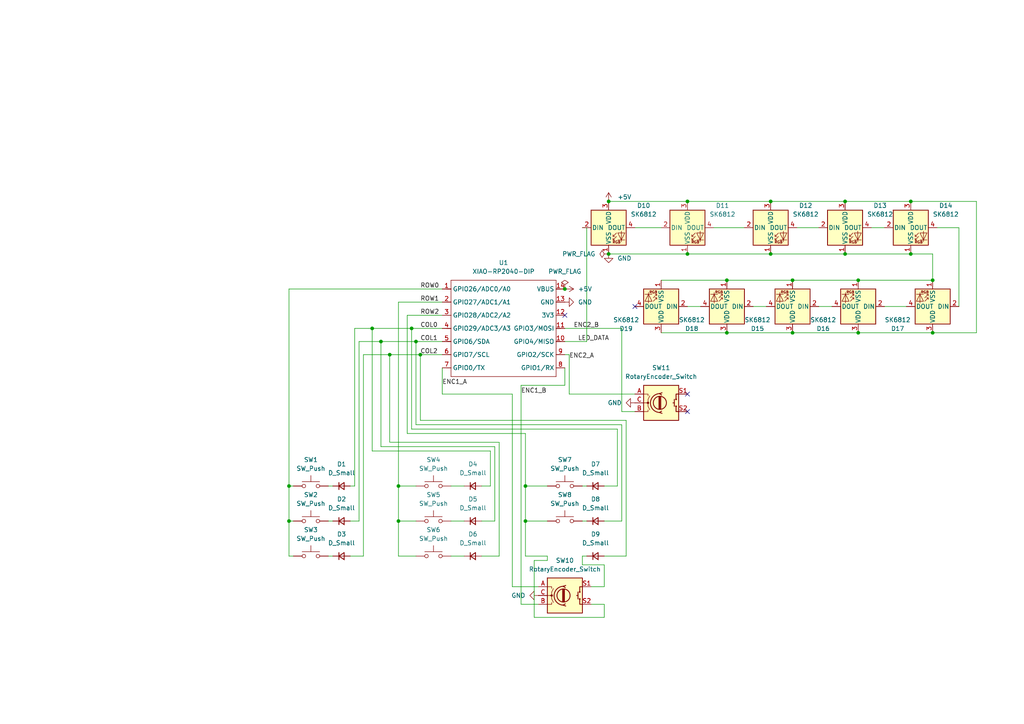
<source format=kicad_sch>
(kicad_sch
	(version 20250114)
	(generator "eeschema")
	(generator_version "9.0")
	(uuid "75c81f54-5a0b-4ebd-a2d6-e33d1621b446")
	(paper "A4")
	(lib_symbols
		(symbol "Device:D_Small"
			(pin_numbers
				(hide yes)
			)
			(pin_names
				(offset 0.254)
				(hide yes)
			)
			(exclude_from_sim no)
			(in_bom yes)
			(on_board yes)
			(property "Reference" "D"
				(at -1.27 2.032 0)
				(effects
					(font
						(size 1.27 1.27)
					)
					(justify left)
				)
			)
			(property "Value" "D_Small"
				(at -3.81 -2.032 0)
				(effects
					(font
						(size 1.27 1.27)
					)
					(justify left)
				)
			)
			(property "Footprint" ""
				(at 0 0 90)
				(effects
					(font
						(size 1.27 1.27)
					)
					(hide yes)
				)
			)
			(property "Datasheet" "~"
				(at 0 0 90)
				(effects
					(font
						(size 1.27 1.27)
					)
					(hide yes)
				)
			)
			(property "Description" "Diode, small symbol"
				(at 0 0 0)
				(effects
					(font
						(size 1.27 1.27)
					)
					(hide yes)
				)
			)
			(property "Sim.Device" "D"
				(at 0 0 0)
				(effects
					(font
						(size 1.27 1.27)
					)
					(hide yes)
				)
			)
			(property "Sim.Pins" "1=K 2=A"
				(at 0 0 0)
				(effects
					(font
						(size 1.27 1.27)
					)
					(hide yes)
				)
			)
			(property "ki_keywords" "diode"
				(at 0 0 0)
				(effects
					(font
						(size 1.27 1.27)
					)
					(hide yes)
				)
			)
			(property "ki_fp_filters" "TO-???* *_Diode_* *SingleDiode* D_*"
				(at 0 0 0)
				(effects
					(font
						(size 1.27 1.27)
					)
					(hide yes)
				)
			)
			(symbol "D_Small_0_1"
				(polyline
					(pts
						(xy -0.762 0) (xy 0.762 0)
					)
					(stroke
						(width 0)
						(type default)
					)
					(fill
						(type none)
					)
				)
				(polyline
					(pts
						(xy -0.762 -1.016) (xy -0.762 1.016)
					)
					(stroke
						(width 0.254)
						(type default)
					)
					(fill
						(type none)
					)
				)
				(polyline
					(pts
						(xy 0.762 -1.016) (xy -0.762 0) (xy 0.762 1.016) (xy 0.762 -1.016)
					)
					(stroke
						(width 0.254)
						(type default)
					)
					(fill
						(type none)
					)
				)
			)
			(symbol "D_Small_1_1"
				(pin passive line
					(at -2.54 0 0)
					(length 1.778)
					(name "K"
						(effects
							(font
								(size 1.27 1.27)
							)
						)
					)
					(number "1"
						(effects
							(font
								(size 1.27 1.27)
							)
						)
					)
				)
				(pin passive line
					(at 2.54 0 180)
					(length 1.778)
					(name "A"
						(effects
							(font
								(size 1.27 1.27)
							)
						)
					)
					(number "2"
						(effects
							(font
								(size 1.27 1.27)
							)
						)
					)
				)
			)
			(embedded_fonts no)
		)
		(symbol "Device:RotaryEncoder_Switch"
			(pin_names
				(offset 0.254)
				(hide yes)
			)
			(exclude_from_sim no)
			(in_bom yes)
			(on_board yes)
			(property "Reference" "SW"
				(at 0 6.604 0)
				(effects
					(font
						(size 1.27 1.27)
					)
				)
			)
			(property "Value" "RotaryEncoder_Switch"
				(at 0 -6.604 0)
				(effects
					(font
						(size 1.27 1.27)
					)
				)
			)
			(property "Footprint" ""
				(at -3.81 4.064 0)
				(effects
					(font
						(size 1.27 1.27)
					)
					(hide yes)
				)
			)
			(property "Datasheet" "~"
				(at 0 6.604 0)
				(effects
					(font
						(size 1.27 1.27)
					)
					(hide yes)
				)
			)
			(property "Description" "Rotary encoder, dual channel, incremental quadrate outputs, with switch"
				(at 0 0 0)
				(effects
					(font
						(size 1.27 1.27)
					)
					(hide yes)
				)
			)
			(property "ki_keywords" "rotary switch encoder switch push button"
				(at 0 0 0)
				(effects
					(font
						(size 1.27 1.27)
					)
					(hide yes)
				)
			)
			(property "ki_fp_filters" "RotaryEncoder*Switch*"
				(at 0 0 0)
				(effects
					(font
						(size 1.27 1.27)
					)
					(hide yes)
				)
			)
			(symbol "RotaryEncoder_Switch_0_1"
				(rectangle
					(start -5.08 5.08)
					(end 5.08 -5.08)
					(stroke
						(width 0.254)
						(type default)
					)
					(fill
						(type background)
					)
				)
				(polyline
					(pts
						(xy -5.08 2.54) (xy -3.81 2.54) (xy -3.81 2.032)
					)
					(stroke
						(width 0)
						(type default)
					)
					(fill
						(type none)
					)
				)
				(polyline
					(pts
						(xy -5.08 0) (xy -3.81 0) (xy -3.81 -1.016) (xy -3.302 -2.032)
					)
					(stroke
						(width 0)
						(type default)
					)
					(fill
						(type none)
					)
				)
				(polyline
					(pts
						(xy -5.08 -2.54) (xy -3.81 -2.54) (xy -3.81 -2.032)
					)
					(stroke
						(width 0)
						(type default)
					)
					(fill
						(type none)
					)
				)
				(polyline
					(pts
						(xy -4.318 0) (xy -3.81 0) (xy -3.81 1.016) (xy -3.302 2.032)
					)
					(stroke
						(width 0)
						(type default)
					)
					(fill
						(type none)
					)
				)
				(circle
					(center -3.81 0)
					(radius 0.254)
					(stroke
						(width 0)
						(type default)
					)
					(fill
						(type outline)
					)
				)
				(polyline
					(pts
						(xy -0.635 -1.778) (xy -0.635 1.778)
					)
					(stroke
						(width 0.254)
						(type default)
					)
					(fill
						(type none)
					)
				)
				(circle
					(center -0.381 0)
					(radius 1.905)
					(stroke
						(width 0.254)
						(type default)
					)
					(fill
						(type none)
					)
				)
				(polyline
					(pts
						(xy -0.381 -1.778) (xy -0.381 1.778)
					)
					(stroke
						(width 0.254)
						(type default)
					)
					(fill
						(type none)
					)
				)
				(arc
					(start -0.381 -2.794)
					(mid -3.0988 -0.0635)
					(end -0.381 2.667)
					(stroke
						(width 0.254)
						(type default)
					)
					(fill
						(type none)
					)
				)
				(polyline
					(pts
						(xy -0.127 1.778) (xy -0.127 -1.778)
					)
					(stroke
						(width 0.254)
						(type default)
					)
					(fill
						(type none)
					)
				)
				(polyline
					(pts
						(xy 0.254 2.921) (xy -0.508 2.667) (xy 0.127 2.286)
					)
					(stroke
						(width 0.254)
						(type default)
					)
					(fill
						(type none)
					)
				)
				(polyline
					(pts
						(xy 0.254 -3.048) (xy -0.508 -2.794) (xy 0.127 -2.413)
					)
					(stroke
						(width 0.254)
						(type default)
					)
					(fill
						(type none)
					)
				)
				(polyline
					(pts
						(xy 3.81 1.016) (xy 3.81 -1.016)
					)
					(stroke
						(width 0.254)
						(type default)
					)
					(fill
						(type none)
					)
				)
				(polyline
					(pts
						(xy 3.81 0) (xy 3.429 0)
					)
					(stroke
						(width 0.254)
						(type default)
					)
					(fill
						(type none)
					)
				)
				(circle
					(center 4.318 1.016)
					(radius 0.127)
					(stroke
						(width 0.254)
						(type default)
					)
					(fill
						(type none)
					)
				)
				(circle
					(center 4.318 -1.016)
					(radius 0.127)
					(stroke
						(width 0.254)
						(type default)
					)
					(fill
						(type none)
					)
				)
				(polyline
					(pts
						(xy 5.08 2.54) (xy 4.318 2.54) (xy 4.318 1.016)
					)
					(stroke
						(width 0.254)
						(type default)
					)
					(fill
						(type none)
					)
				)
				(polyline
					(pts
						(xy 5.08 -2.54) (xy 4.318 -2.54) (xy 4.318 -1.016)
					)
					(stroke
						(width 0.254)
						(type default)
					)
					(fill
						(type none)
					)
				)
			)
			(symbol "RotaryEncoder_Switch_1_1"
				(pin passive line
					(at -7.62 2.54 0)
					(length 2.54)
					(name "A"
						(effects
							(font
								(size 1.27 1.27)
							)
						)
					)
					(number "A"
						(effects
							(font
								(size 1.27 1.27)
							)
						)
					)
				)
				(pin passive line
					(at -7.62 0 0)
					(length 2.54)
					(name "C"
						(effects
							(font
								(size 1.27 1.27)
							)
						)
					)
					(number "C"
						(effects
							(font
								(size 1.27 1.27)
							)
						)
					)
				)
				(pin passive line
					(at -7.62 -2.54 0)
					(length 2.54)
					(name "B"
						(effects
							(font
								(size 1.27 1.27)
							)
						)
					)
					(number "B"
						(effects
							(font
								(size 1.27 1.27)
							)
						)
					)
				)
				(pin passive line
					(at 7.62 2.54 180)
					(length 2.54)
					(name "S1"
						(effects
							(font
								(size 1.27 1.27)
							)
						)
					)
					(number "S1"
						(effects
							(font
								(size 1.27 1.27)
							)
						)
					)
				)
				(pin passive line
					(at 7.62 -2.54 180)
					(length 2.54)
					(name "S2"
						(effects
							(font
								(size 1.27 1.27)
							)
						)
					)
					(number "S2"
						(effects
							(font
								(size 1.27 1.27)
							)
						)
					)
				)
			)
			(embedded_fonts no)
		)
		(symbol "LED:SK6812"
			(pin_names
				(offset 0.254)
			)
			(exclude_from_sim no)
			(in_bom yes)
			(on_board yes)
			(property "Reference" "D"
				(at 5.08 5.715 0)
				(effects
					(font
						(size 1.27 1.27)
					)
					(justify right bottom)
				)
			)
			(property "Value" "SK6812"
				(at 1.27 -5.715 0)
				(effects
					(font
						(size 1.27 1.27)
					)
					(justify left top)
				)
			)
			(property "Footprint" "LED_SMD:LED_SK6812_PLCC4_5.0x5.0mm_P3.2mm"
				(at 1.27 -7.62 0)
				(effects
					(font
						(size 1.27 1.27)
					)
					(justify left top)
					(hide yes)
				)
			)
			(property "Datasheet" "https://cdn-shop.adafruit.com/product-files/1138/SK6812+LED+datasheet+.pdf"
				(at 2.54 -9.525 0)
				(effects
					(font
						(size 1.27 1.27)
					)
					(justify left top)
					(hide yes)
				)
			)
			(property "Description" "RGB LED with integrated controller"
				(at 0 0 0)
				(effects
					(font
						(size 1.27 1.27)
					)
					(hide yes)
				)
			)
			(property "ki_keywords" "RGB LED NeoPixel addressable"
				(at 0 0 0)
				(effects
					(font
						(size 1.27 1.27)
					)
					(hide yes)
				)
			)
			(property "ki_fp_filters" "LED*SK6812*PLCC*5.0x5.0mm*P3.2mm*"
				(at 0 0 0)
				(effects
					(font
						(size 1.27 1.27)
					)
					(hide yes)
				)
			)
			(symbol "SK6812_0_0"
				(text "RGB"
					(at 2.286 -4.191 0)
					(effects
						(font
							(size 0.762 0.762)
						)
					)
				)
			)
			(symbol "SK6812_0_1"
				(polyline
					(pts
						(xy 1.27 -2.54) (xy 1.778 -2.54)
					)
					(stroke
						(width 0)
						(type default)
					)
					(fill
						(type none)
					)
				)
				(polyline
					(pts
						(xy 1.27 -3.556) (xy 1.778 -3.556)
					)
					(stroke
						(width 0)
						(type default)
					)
					(fill
						(type none)
					)
				)
				(polyline
					(pts
						(xy 2.286 -1.524) (xy 1.27 -2.54) (xy 1.27 -2.032)
					)
					(stroke
						(width 0)
						(type default)
					)
					(fill
						(type none)
					)
				)
				(polyline
					(pts
						(xy 2.286 -2.54) (xy 1.27 -3.556) (xy 1.27 -3.048)
					)
					(stroke
						(width 0)
						(type default)
					)
					(fill
						(type none)
					)
				)
				(polyline
					(pts
						(xy 3.683 -1.016) (xy 3.683 -3.556) (xy 3.683 -4.064)
					)
					(stroke
						(width 0)
						(type default)
					)
					(fill
						(type none)
					)
				)
				(polyline
					(pts
						(xy 4.699 -1.524) (xy 2.667 -1.524) (xy 3.683 -3.556) (xy 4.699 -1.524)
					)
					(stroke
						(width 0)
						(type default)
					)
					(fill
						(type none)
					)
				)
				(polyline
					(pts
						(xy 4.699 -3.556) (xy 2.667 -3.556)
					)
					(stroke
						(width 0)
						(type default)
					)
					(fill
						(type none)
					)
				)
				(rectangle
					(start 5.08 5.08)
					(end -5.08 -5.08)
					(stroke
						(width 0.254)
						(type default)
					)
					(fill
						(type background)
					)
				)
			)
			(symbol "SK6812_1_1"
				(pin input line
					(at -7.62 0 0)
					(length 2.54)
					(name "DIN"
						(effects
							(font
								(size 1.27 1.27)
							)
						)
					)
					(number "2"
						(effects
							(font
								(size 1.27 1.27)
							)
						)
					)
				)
				(pin power_in line
					(at 0 7.62 270)
					(length 2.54)
					(name "VDD"
						(effects
							(font
								(size 1.27 1.27)
							)
						)
					)
					(number "3"
						(effects
							(font
								(size 1.27 1.27)
							)
						)
					)
				)
				(pin power_in line
					(at 0 -7.62 90)
					(length 2.54)
					(name "VSS"
						(effects
							(font
								(size 1.27 1.27)
							)
						)
					)
					(number "1"
						(effects
							(font
								(size 1.27 1.27)
							)
						)
					)
				)
				(pin output line
					(at 7.62 0 180)
					(length 2.54)
					(name "DOUT"
						(effects
							(font
								(size 1.27 1.27)
							)
						)
					)
					(number "4"
						(effects
							(font
								(size 1.27 1.27)
							)
						)
					)
				)
			)
			(embedded_fonts no)
		)
		(symbol "OPL:XIAO-RP2040-DIP"
			(exclude_from_sim no)
			(in_bom yes)
			(on_board yes)
			(property "Reference" "U"
				(at 0 0 0)
				(effects
					(font
						(size 1.27 1.27)
					)
				)
			)
			(property "Value" "XIAO-RP2040-DIP"
				(at 5.334 -1.778 0)
				(effects
					(font
						(size 1.27 1.27)
					)
				)
			)
			(property "Footprint" "Module:MOUDLE14P-XIAO-DIP-SMD"
				(at 14.478 -32.258 0)
				(effects
					(font
						(size 1.27 1.27)
					)
					(hide yes)
				)
			)
			(property "Datasheet" ""
				(at 0 0 0)
				(effects
					(font
						(size 1.27 1.27)
					)
					(hide yes)
				)
			)
			(property "Description" ""
				(at 0 0 0)
				(effects
					(font
						(size 1.27 1.27)
					)
					(hide yes)
				)
			)
			(symbol "XIAO-RP2040-DIP_1_0"
				(polyline
					(pts
						(xy -1.27 -2.54) (xy 29.21 -2.54)
					)
					(stroke
						(width 0.1524)
						(type solid)
					)
					(fill
						(type none)
					)
				)
				(polyline
					(pts
						(xy -1.27 -5.08) (xy -2.54 -5.08)
					)
					(stroke
						(width 0.1524)
						(type solid)
					)
					(fill
						(type none)
					)
				)
				(polyline
					(pts
						(xy -1.27 -5.08) (xy -1.27 -2.54)
					)
					(stroke
						(width 0.1524)
						(type solid)
					)
					(fill
						(type none)
					)
				)
				(polyline
					(pts
						(xy -1.27 -8.89) (xy -2.54 -8.89)
					)
					(stroke
						(width 0.1524)
						(type solid)
					)
					(fill
						(type none)
					)
				)
				(polyline
					(pts
						(xy -1.27 -8.89) (xy -1.27 -5.08)
					)
					(stroke
						(width 0.1524)
						(type solid)
					)
					(fill
						(type none)
					)
				)
				(polyline
					(pts
						(xy -1.27 -12.7) (xy -2.54 -12.7)
					)
					(stroke
						(width 0.1524)
						(type solid)
					)
					(fill
						(type none)
					)
				)
				(polyline
					(pts
						(xy -1.27 -12.7) (xy -1.27 -8.89)
					)
					(stroke
						(width 0.1524)
						(type solid)
					)
					(fill
						(type none)
					)
				)
				(polyline
					(pts
						(xy -1.27 -16.51) (xy -2.54 -16.51)
					)
					(stroke
						(width 0.1524)
						(type solid)
					)
					(fill
						(type none)
					)
				)
				(polyline
					(pts
						(xy -1.27 -16.51) (xy -1.27 -12.7)
					)
					(stroke
						(width 0.1524)
						(type solid)
					)
					(fill
						(type none)
					)
				)
				(polyline
					(pts
						(xy -1.27 -20.32) (xy -2.54 -20.32)
					)
					(stroke
						(width 0.1524)
						(type solid)
					)
					(fill
						(type none)
					)
				)
				(polyline
					(pts
						(xy -1.27 -24.13) (xy -2.54 -24.13)
					)
					(stroke
						(width 0.1524)
						(type solid)
					)
					(fill
						(type none)
					)
				)
				(polyline
					(pts
						(xy -1.27 -27.94) (xy -2.54 -27.94)
					)
					(stroke
						(width 0.1524)
						(type solid)
					)
					(fill
						(type none)
					)
				)
				(polyline
					(pts
						(xy -1.27 -30.48) (xy -1.27 -16.51)
					)
					(stroke
						(width 0.1524)
						(type solid)
					)
					(fill
						(type none)
					)
				)
				(polyline
					(pts
						(xy 29.21 -2.54) (xy 29.21 -5.08)
					)
					(stroke
						(width 0.1524)
						(type solid)
					)
					(fill
						(type none)
					)
				)
				(polyline
					(pts
						(xy 29.21 -5.08) (xy 29.21 -8.89)
					)
					(stroke
						(width 0.1524)
						(type solid)
					)
					(fill
						(type none)
					)
				)
				(polyline
					(pts
						(xy 29.21 -8.89) (xy 29.21 -12.7)
					)
					(stroke
						(width 0.1524)
						(type solid)
					)
					(fill
						(type none)
					)
				)
				(polyline
					(pts
						(xy 29.21 -12.7) (xy 29.21 -30.48)
					)
					(stroke
						(width 0.1524)
						(type solid)
					)
					(fill
						(type none)
					)
				)
				(polyline
					(pts
						(xy 29.21 -30.48) (xy -1.27 -30.48)
					)
					(stroke
						(width 0.1524)
						(type solid)
					)
					(fill
						(type none)
					)
				)
				(polyline
					(pts
						(xy 30.48 -5.08) (xy 29.21 -5.08)
					)
					(stroke
						(width 0.1524)
						(type solid)
					)
					(fill
						(type none)
					)
				)
				(polyline
					(pts
						(xy 30.48 -8.89) (xy 29.21 -8.89)
					)
					(stroke
						(width 0.1524)
						(type solid)
					)
					(fill
						(type none)
					)
				)
				(polyline
					(pts
						(xy 30.48 -12.7) (xy 29.21 -12.7)
					)
					(stroke
						(width 0.1524)
						(type solid)
					)
					(fill
						(type none)
					)
				)
				(polyline
					(pts
						(xy 30.48 -16.51) (xy 29.21 -16.51)
					)
					(stroke
						(width 0.1524)
						(type solid)
					)
					(fill
						(type none)
					)
				)
				(polyline
					(pts
						(xy 30.48 -20.32) (xy 29.21 -20.32)
					)
					(stroke
						(width 0.1524)
						(type solid)
					)
					(fill
						(type none)
					)
				)
				(polyline
					(pts
						(xy 30.48 -24.13) (xy 29.21 -24.13)
					)
					(stroke
						(width 0.1524)
						(type solid)
					)
					(fill
						(type none)
					)
				)
				(polyline
					(pts
						(xy 30.48 -27.94) (xy 29.21 -27.94)
					)
					(stroke
						(width 0.1524)
						(type solid)
					)
					(fill
						(type none)
					)
				)
				(pin passive line
					(at -3.81 -5.08 0)
					(length 2.54)
					(name "GPIO26/ADC0/A0"
						(effects
							(font
								(size 1.27 1.27)
							)
						)
					)
					(number "1"
						(effects
							(font
								(size 1.27 1.27)
							)
						)
					)
				)
				(pin passive line
					(at -3.81 -8.89 0)
					(length 2.54)
					(name "GPIO27/ADC1/A1"
						(effects
							(font
								(size 1.27 1.27)
							)
						)
					)
					(number "2"
						(effects
							(font
								(size 1.27 1.27)
							)
						)
					)
				)
				(pin passive line
					(at -3.81 -12.7 0)
					(length 2.54)
					(name "GPIO28/ADC2/A2"
						(effects
							(font
								(size 1.27 1.27)
							)
						)
					)
					(number "3"
						(effects
							(font
								(size 1.27 1.27)
							)
						)
					)
				)
				(pin passive line
					(at -3.81 -16.51 0)
					(length 2.54)
					(name "GPIO29/ADC3/A3"
						(effects
							(font
								(size 1.27 1.27)
							)
						)
					)
					(number "4"
						(effects
							(font
								(size 1.27 1.27)
							)
						)
					)
				)
				(pin passive line
					(at -3.81 -20.32 0)
					(length 2.54)
					(name "GPIO6/SDA"
						(effects
							(font
								(size 1.27 1.27)
							)
						)
					)
					(number "5"
						(effects
							(font
								(size 1.27 1.27)
							)
						)
					)
				)
				(pin passive line
					(at -3.81 -24.13 0)
					(length 2.54)
					(name "GPIO7/SCL"
						(effects
							(font
								(size 1.27 1.27)
							)
						)
					)
					(number "6"
						(effects
							(font
								(size 1.27 1.27)
							)
						)
					)
				)
				(pin passive line
					(at -3.81 -27.94 0)
					(length 2.54)
					(name "GPIO0/TX"
						(effects
							(font
								(size 1.27 1.27)
							)
						)
					)
					(number "7"
						(effects
							(font
								(size 1.27 1.27)
							)
						)
					)
				)
				(pin passive line
					(at 31.75 -5.08 180)
					(length 2.54)
					(name "VBUS"
						(effects
							(font
								(size 1.27 1.27)
							)
						)
					)
					(number "14"
						(effects
							(font
								(size 1.27 1.27)
							)
						)
					)
				)
				(pin passive line
					(at 31.75 -8.89 180)
					(length 2.54)
					(name "GND"
						(effects
							(font
								(size 1.27 1.27)
							)
						)
					)
					(number "13"
						(effects
							(font
								(size 1.27 1.27)
							)
						)
					)
				)
				(pin passive line
					(at 31.75 -12.7 180)
					(length 2.54)
					(name "3V3"
						(effects
							(font
								(size 1.27 1.27)
							)
						)
					)
					(number "12"
						(effects
							(font
								(size 1.27 1.27)
							)
						)
					)
				)
				(pin passive line
					(at 31.75 -16.51 180)
					(length 2.54)
					(name "GPIO3/MOSI"
						(effects
							(font
								(size 1.27 1.27)
							)
						)
					)
					(number "11"
						(effects
							(font
								(size 1.27 1.27)
							)
						)
					)
				)
				(pin passive line
					(at 31.75 -20.32 180)
					(length 2.54)
					(name "GPIO4/MISO"
						(effects
							(font
								(size 1.27 1.27)
							)
						)
					)
					(number "10"
						(effects
							(font
								(size 1.27 1.27)
							)
						)
					)
				)
				(pin passive line
					(at 31.75 -24.13 180)
					(length 2.54)
					(name "GPIO2/SCK"
						(effects
							(font
								(size 1.27 1.27)
							)
						)
					)
					(number "9"
						(effects
							(font
								(size 1.27 1.27)
							)
						)
					)
				)
				(pin passive line
					(at 31.75 -27.94 180)
					(length 2.54)
					(name "GPIO1/RX"
						(effects
							(font
								(size 1.27 1.27)
							)
						)
					)
					(number "8"
						(effects
							(font
								(size 1.27 1.27)
							)
						)
					)
				)
			)
			(embedded_fonts no)
		)
		(symbol "Switch:SW_Push"
			(pin_numbers
				(hide yes)
			)
			(pin_names
				(offset 1.016)
				(hide yes)
			)
			(exclude_from_sim no)
			(in_bom yes)
			(on_board yes)
			(property "Reference" "SW"
				(at 1.27 2.54 0)
				(effects
					(font
						(size 1.27 1.27)
					)
					(justify left)
				)
			)
			(property "Value" "SW_Push"
				(at 0 -1.524 0)
				(effects
					(font
						(size 1.27 1.27)
					)
				)
			)
			(property "Footprint" ""
				(at 0 5.08 0)
				(effects
					(font
						(size 1.27 1.27)
					)
					(hide yes)
				)
			)
			(property "Datasheet" "~"
				(at 0 5.08 0)
				(effects
					(font
						(size 1.27 1.27)
					)
					(hide yes)
				)
			)
			(property "Description" "Push button switch, generic, two pins"
				(at 0 0 0)
				(effects
					(font
						(size 1.27 1.27)
					)
					(hide yes)
				)
			)
			(property "ki_keywords" "switch normally-open pushbutton push-button"
				(at 0 0 0)
				(effects
					(font
						(size 1.27 1.27)
					)
					(hide yes)
				)
			)
			(symbol "SW_Push_0_1"
				(circle
					(center -2.032 0)
					(radius 0.508)
					(stroke
						(width 0)
						(type default)
					)
					(fill
						(type none)
					)
				)
				(polyline
					(pts
						(xy 0 1.27) (xy 0 3.048)
					)
					(stroke
						(width 0)
						(type default)
					)
					(fill
						(type none)
					)
				)
				(circle
					(center 2.032 0)
					(radius 0.508)
					(stroke
						(width 0)
						(type default)
					)
					(fill
						(type none)
					)
				)
				(polyline
					(pts
						(xy 2.54 1.27) (xy -2.54 1.27)
					)
					(stroke
						(width 0)
						(type default)
					)
					(fill
						(type none)
					)
				)
				(pin passive line
					(at -5.08 0 0)
					(length 2.54)
					(name "1"
						(effects
							(font
								(size 1.27 1.27)
							)
						)
					)
					(number "1"
						(effects
							(font
								(size 1.27 1.27)
							)
						)
					)
				)
				(pin passive line
					(at 5.08 0 180)
					(length 2.54)
					(name "2"
						(effects
							(font
								(size 1.27 1.27)
							)
						)
					)
					(number "2"
						(effects
							(font
								(size 1.27 1.27)
							)
						)
					)
				)
			)
			(embedded_fonts no)
		)
		(symbol "power:+5V"
			(power)
			(pin_numbers
				(hide yes)
			)
			(pin_names
				(offset 0)
				(hide yes)
			)
			(exclude_from_sim no)
			(in_bom yes)
			(on_board yes)
			(property "Reference" "#PWR"
				(at 0 -3.81 0)
				(effects
					(font
						(size 1.27 1.27)
					)
					(hide yes)
				)
			)
			(property "Value" "+5V"
				(at 0 3.556 0)
				(effects
					(font
						(size 1.27 1.27)
					)
				)
			)
			(property "Footprint" ""
				(at 0 0 0)
				(effects
					(font
						(size 1.27 1.27)
					)
					(hide yes)
				)
			)
			(property "Datasheet" ""
				(at 0 0 0)
				(effects
					(font
						(size 1.27 1.27)
					)
					(hide yes)
				)
			)
			(property "Description" "Power symbol creates a global label with name \"+5V\""
				(at 0 0 0)
				(effects
					(font
						(size 1.27 1.27)
					)
					(hide yes)
				)
			)
			(property "ki_keywords" "global power"
				(at 0 0 0)
				(effects
					(font
						(size 1.27 1.27)
					)
					(hide yes)
				)
			)
			(symbol "+5V_0_1"
				(polyline
					(pts
						(xy -0.762 1.27) (xy 0 2.54)
					)
					(stroke
						(width 0)
						(type default)
					)
					(fill
						(type none)
					)
				)
				(polyline
					(pts
						(xy 0 2.54) (xy 0.762 1.27)
					)
					(stroke
						(width 0)
						(type default)
					)
					(fill
						(type none)
					)
				)
				(polyline
					(pts
						(xy 0 0) (xy 0 2.54)
					)
					(stroke
						(width 0)
						(type default)
					)
					(fill
						(type none)
					)
				)
			)
			(symbol "+5V_1_1"
				(pin power_in line
					(at 0 0 90)
					(length 0)
					(name "~"
						(effects
							(font
								(size 1.27 1.27)
							)
						)
					)
					(number "1"
						(effects
							(font
								(size 1.27 1.27)
							)
						)
					)
				)
			)
			(embedded_fonts no)
		)
		(symbol "power:GND"
			(power)
			(pin_numbers
				(hide yes)
			)
			(pin_names
				(offset 0)
				(hide yes)
			)
			(exclude_from_sim no)
			(in_bom yes)
			(on_board yes)
			(property "Reference" "#PWR"
				(at 0 -6.35 0)
				(effects
					(font
						(size 1.27 1.27)
					)
					(hide yes)
				)
			)
			(property "Value" "GND"
				(at 0 -3.81 0)
				(effects
					(font
						(size 1.27 1.27)
					)
				)
			)
			(property "Footprint" ""
				(at 0 0 0)
				(effects
					(font
						(size 1.27 1.27)
					)
					(hide yes)
				)
			)
			(property "Datasheet" ""
				(at 0 0 0)
				(effects
					(font
						(size 1.27 1.27)
					)
					(hide yes)
				)
			)
			(property "Description" "Power symbol creates a global label with name \"GND\" , ground"
				(at 0 0 0)
				(effects
					(font
						(size 1.27 1.27)
					)
					(hide yes)
				)
			)
			(property "ki_keywords" "global power"
				(at 0 0 0)
				(effects
					(font
						(size 1.27 1.27)
					)
					(hide yes)
				)
			)
			(symbol "GND_0_1"
				(polyline
					(pts
						(xy 0 0) (xy 0 -1.27) (xy 1.27 -1.27) (xy 0 -2.54) (xy -1.27 -1.27) (xy 0 -1.27)
					)
					(stroke
						(width 0)
						(type default)
					)
					(fill
						(type none)
					)
				)
			)
			(symbol "GND_1_1"
				(pin power_in line
					(at 0 0 270)
					(length 0)
					(name "~"
						(effects
							(font
								(size 1.27 1.27)
							)
						)
					)
					(number "1"
						(effects
							(font
								(size 1.27 1.27)
							)
						)
					)
				)
			)
			(embedded_fonts no)
		)
		(symbol "power:PWR_FLAG"
			(power)
			(pin_numbers
				(hide yes)
			)
			(pin_names
				(offset 0)
				(hide yes)
			)
			(exclude_from_sim no)
			(in_bom yes)
			(on_board yes)
			(property "Reference" "#FLG"
				(at 0 1.905 0)
				(effects
					(font
						(size 1.27 1.27)
					)
					(hide yes)
				)
			)
			(property "Value" "PWR_FLAG"
				(at 0 3.81 0)
				(effects
					(font
						(size 1.27 1.27)
					)
				)
			)
			(property "Footprint" ""
				(at 0 0 0)
				(effects
					(font
						(size 1.27 1.27)
					)
					(hide yes)
				)
			)
			(property "Datasheet" "~"
				(at 0 0 0)
				(effects
					(font
						(size 1.27 1.27)
					)
					(hide yes)
				)
			)
			(property "Description" "Special symbol for telling ERC where power comes from"
				(at 0 0 0)
				(effects
					(font
						(size 1.27 1.27)
					)
					(hide yes)
				)
			)
			(property "ki_keywords" "flag power"
				(at 0 0 0)
				(effects
					(font
						(size 1.27 1.27)
					)
					(hide yes)
				)
			)
			(symbol "PWR_FLAG_0_0"
				(pin power_out line
					(at 0 0 90)
					(length 0)
					(name "~"
						(effects
							(font
								(size 1.27 1.27)
							)
						)
					)
					(number "1"
						(effects
							(font
								(size 1.27 1.27)
							)
						)
					)
				)
			)
			(symbol "PWR_FLAG_0_1"
				(polyline
					(pts
						(xy 0 0) (xy 0 1.27) (xy -1.016 1.905) (xy 0 2.54) (xy 1.016 1.905) (xy 0 1.27)
					)
					(stroke
						(width 0)
						(type default)
					)
					(fill
						(type none)
					)
				)
			)
			(embedded_fonts no)
		)
	)
	(junction
		(at 199.39 73.66)
		(diameter 0)
		(color 0 0 0 0)
		(uuid "05e96436-915d-4d42-88c5-1116e0f050e1")
	)
	(junction
		(at 264.16 58.42)
		(diameter 0)
		(color 0 0 0 0)
		(uuid "0a9a450c-65fd-4a9a-b882-ae53a48293f7")
	)
	(junction
		(at 152.4 151.13)
		(diameter 0)
		(color 0 0 0 0)
		(uuid "0afbfdd3-b34e-438e-9dc6-c452686679ea")
	)
	(junction
		(at 248.92 96.52)
		(diameter 0)
		(color 0 0 0 0)
		(uuid "0dca725c-ec31-4f22-8bc8-a91b721d43b7")
	)
	(junction
		(at 152.4 140.97)
		(diameter 0)
		(color 0 0 0 0)
		(uuid "122a8edd-3298-456f-ae1b-2036c22d6cae")
	)
	(junction
		(at 248.92 81.28)
		(diameter 0)
		(color 0 0 0 0)
		(uuid "13926f2d-5bcb-4744-8e2b-c0214a26c34b")
	)
	(junction
		(at 270.51 96.52)
		(diameter 0)
		(color 0 0 0 0)
		(uuid "14d7a9e3-85eb-4130-a6ec-8d5e9ef4c45f")
	)
	(junction
		(at 229.87 96.52)
		(diameter 0)
		(color 0 0 0 0)
		(uuid "1f937fe3-360b-4590-8aaf-23d04f8f0dfd")
	)
	(junction
		(at 107.95 95.25)
		(diameter 0)
		(color 0 0 0 0)
		(uuid "29854490-316b-41ab-8314-4a353f231577")
	)
	(junction
		(at 210.82 96.52)
		(diameter 0)
		(color 0 0 0 0)
		(uuid "2abc8622-52df-44aa-9ebf-2e1c616f3e61")
	)
	(junction
		(at 199.39 58.42)
		(diameter 0)
		(color 0 0 0 0)
		(uuid "2d8deb48-e30a-48d5-a3d3-41169d73ff07")
	)
	(junction
		(at 245.11 73.66)
		(diameter 0)
		(color 0 0 0 0)
		(uuid "31fe74db-186e-4fe7-a300-289e2bbf39d9")
	)
	(junction
		(at 83.82 140.97)
		(diameter 0)
		(color 0 0 0 0)
		(uuid "3900fa87-0bd2-4054-b8e9-6804abb418ec")
	)
	(junction
		(at 270.51 81.28)
		(diameter 0)
		(color 0 0 0 0)
		(uuid "3994bd19-e1d2-4f5d-915e-050d4421f0fe")
	)
	(junction
		(at 113.03 102.87)
		(diameter 0)
		(color 0 0 0 0)
		(uuid "39b98616-1692-4936-a6ee-bb4664fc763f")
	)
	(junction
		(at 115.57 140.97)
		(diameter 0)
		(color 0 0 0 0)
		(uuid "531eae4e-554a-4b30-a76a-661d437bdd26")
	)
	(junction
		(at 223.52 73.66)
		(diameter 0)
		(color 0 0 0 0)
		(uuid "7e880140-1e8c-429e-a08a-1b46795439e6")
	)
	(junction
		(at 115.57 151.13)
		(diameter 0)
		(color 0 0 0 0)
		(uuid "809ec96f-a91b-480a-852f-aafb1643aa88")
	)
	(junction
		(at 119.38 95.25)
		(diameter 0)
		(color 0 0 0 0)
		(uuid "8a2580f6-3038-4120-9b20-c4fee1061e31")
	)
	(junction
		(at 83.82 151.13)
		(diameter 0)
		(color 0 0 0 0)
		(uuid "9309f25b-32d5-4dcb-98ed-a60a2ec76aee")
	)
	(junction
		(at 110.49 99.06)
		(diameter 0)
		(color 0 0 0 0)
		(uuid "9db4352a-df9c-4703-87f0-167fc8393d70")
	)
	(junction
		(at 176.53 58.42)
		(diameter 0)
		(color 0 0 0 0)
		(uuid "a2f86231-d28f-4288-81f6-bfa5f2cbb3b3")
	)
	(junction
		(at 264.16 73.66)
		(diameter 0)
		(color 0 0 0 0)
		(uuid "a63bae49-e790-4012-802a-ec3e9a892950")
	)
	(junction
		(at 176.53 73.66)
		(diameter 0)
		(color 0 0 0 0)
		(uuid "b1ebd1e4-8e29-447d-8366-2d0275c32d54")
	)
	(junction
		(at 223.52 58.42)
		(diameter 0)
		(color 0 0 0 0)
		(uuid "c276f0b4-03c6-40a0-b07a-6683a60cf6fc")
	)
	(junction
		(at 163.83 83.82)
		(diameter 0)
		(color 0 0 0 0)
		(uuid "c35b4e81-c9fa-4914-99b6-0f101f06baa6")
	)
	(junction
		(at 245.11 58.42)
		(diameter 0)
		(color 0 0 0 0)
		(uuid "d5f40403-aed1-4d6e-9e88-2032aa29a534")
	)
	(junction
		(at 120.65 99.06)
		(diameter 0)
		(color 0 0 0 0)
		(uuid "e70b3443-293d-48ec-8adc-1c1697b4826c")
	)
	(junction
		(at 229.87 81.28)
		(diameter 0)
		(color 0 0 0 0)
		(uuid "e7509a70-d8d7-4818-98cb-fcca0da28a75")
	)
	(junction
		(at 210.82 81.28)
		(diameter 0)
		(color 0 0 0 0)
		(uuid "e98d0656-db4f-43f2-8f99-e20d76a6d12d")
	)
	(junction
		(at 121.92 102.87)
		(diameter 0)
		(color 0 0 0 0)
		(uuid "f01350d6-2448-41c6-a087-1630bccab568")
	)
	(no_connect
		(at 184.15 88.9)
		(uuid "499941ca-c556-47f5-ad74-ba236664fd20")
	)
	(no_connect
		(at 199.39 114.3)
		(uuid "7782a69f-3fd8-45c3-8915-54a1a3183ad8")
	)
	(no_connect
		(at 199.39 119.38)
		(uuid "c1aa5d5c-8074-446c-a6f4-d364eb16bebd")
	)
	(no_connect
		(at 163.83 91.44)
		(uuid "ee658102-634c-4137-bb6e-6ff771bebb65")
	)
	(wire
		(pts
			(xy 143.51 151.13) (xy 139.7 151.13)
		)
		(stroke
			(width 0)
			(type default)
		)
		(uuid "023c5d72-5490-4481-bde1-04712472cd90")
	)
	(wire
		(pts
			(xy 128.27 102.87) (xy 121.92 102.87)
		)
		(stroke
			(width 0)
			(type default)
		)
		(uuid "040cd027-515e-4428-b89e-960131940c11")
	)
	(wire
		(pts
			(xy 154.94 162.56) (xy 158.75 162.56)
		)
		(stroke
			(width 0)
			(type default)
		)
		(uuid "05512926-6c79-43a3-a7f4-b8802a976b45")
	)
	(wire
		(pts
			(xy 245.11 73.66) (xy 264.16 73.66)
		)
		(stroke
			(width 0)
			(type default)
		)
		(uuid "0719bbe5-7533-4f5b-8b23-f9976176adc4")
	)
	(wire
		(pts
			(xy 154.94 179.07) (xy 154.94 162.56)
		)
		(stroke
			(width 0)
			(type default)
		)
		(uuid "0a38734f-d675-49be-b811-0d906ebe5fc3")
	)
	(wire
		(pts
			(xy 271.78 66.04) (xy 278.13 66.04)
		)
		(stroke
			(width 0)
			(type default)
		)
		(uuid "0e6e8097-55f0-4587-91fa-98cc860702af")
	)
	(wire
		(pts
			(xy 210.82 96.52) (xy 229.87 96.52)
		)
		(stroke
			(width 0)
			(type default)
		)
		(uuid "105f8f29-7f44-4007-8559-9df75b3f3154")
	)
	(wire
		(pts
			(xy 170.18 66.04) (xy 170.18 99.06)
		)
		(stroke
			(width 0)
			(type default)
		)
		(uuid "10c48604-106b-4aeb-bf52-52d5a3415593")
	)
	(wire
		(pts
			(xy 107.95 95.25) (xy 107.95 130.81)
		)
		(stroke
			(width 0)
			(type default)
		)
		(uuid "1152e944-669b-41b7-a116-87c07e481eb8")
	)
	(wire
		(pts
			(xy 130.81 151.13) (xy 134.62 151.13)
		)
		(stroke
			(width 0)
			(type default)
		)
		(uuid "14812a52-e958-48b4-aeba-ed60a4be1b35")
	)
	(wire
		(pts
			(xy 95.25 140.97) (xy 96.52 140.97)
		)
		(stroke
			(width 0)
			(type default)
		)
		(uuid "15204c4a-a972-4331-a296-40ab39c2dcbb")
	)
	(wire
		(pts
			(xy 176.53 73.66) (xy 199.39 73.66)
		)
		(stroke
			(width 0)
			(type default)
		)
		(uuid "17c81550-f2fd-4ade-9766-2d35a060939c")
	)
	(wire
		(pts
			(xy 83.82 151.13) (xy 85.09 151.13)
		)
		(stroke
			(width 0)
			(type default)
		)
		(uuid "1a077507-9601-47de-a11b-afeb3b49fef6")
	)
	(wire
		(pts
			(xy 102.87 95.25) (xy 102.87 140.97)
		)
		(stroke
			(width 0)
			(type default)
		)
		(uuid "1af643c8-f7f0-4ff5-8df9-9495e661d630")
	)
	(wire
		(pts
			(xy 163.83 99.06) (xy 170.18 99.06)
		)
		(stroke
			(width 0)
			(type default)
		)
		(uuid "1c743a23-85c5-4a12-90cd-7c709209484c")
	)
	(wire
		(pts
			(xy 264.16 73.66) (xy 270.51 73.66)
		)
		(stroke
			(width 0)
			(type default)
		)
		(uuid "1ca9ceb7-9fc4-4edb-9c95-be385422e272")
	)
	(wire
		(pts
			(xy 142.24 140.97) (xy 139.7 140.97)
		)
		(stroke
			(width 0)
			(type default)
		)
		(uuid "1cda4487-b298-4460-96db-09b531040247")
	)
	(wire
		(pts
			(xy 119.38 95.25) (xy 107.95 95.25)
		)
		(stroke
			(width 0)
			(type default)
		)
		(uuid "20857ceb-24f8-4668-9f9a-1c66353b241b")
	)
	(wire
		(pts
			(xy 278.13 66.04) (xy 278.13 88.9)
		)
		(stroke
			(width 0)
			(type default)
		)
		(uuid "21da6624-8181-4b9f-9bec-12d1fbe8cfb8")
	)
	(wire
		(pts
			(xy 144.78 128.27) (xy 144.78 161.29)
		)
		(stroke
			(width 0)
			(type default)
		)
		(uuid "2223d102-6ff7-4f1c-b56a-7ce31f934dac")
	)
	(wire
		(pts
			(xy 223.52 73.66) (xy 245.11 73.66)
		)
		(stroke
			(width 0)
			(type default)
		)
		(uuid "237b4f75-effc-4d80-ab80-b05c606bf5aa")
	)
	(wire
		(pts
			(xy 158.75 162.56) (xy 158.75 161.29)
		)
		(stroke
			(width 0)
			(type default)
		)
		(uuid "2b2b9d81-910f-4a6a-ba31-bd4a12c34988")
	)
	(wire
		(pts
			(xy 128.27 99.06) (xy 120.65 99.06)
		)
		(stroke
			(width 0)
			(type default)
		)
		(uuid "2bcc5fb6-8804-4ad9-821f-3c4582d4fdf8")
	)
	(wire
		(pts
			(xy 104.14 99.06) (xy 104.14 151.13)
		)
		(stroke
			(width 0)
			(type default)
		)
		(uuid "2d70c06b-0c98-49c7-b954-9e6054d090b5")
	)
	(wire
		(pts
			(xy 180.34 119.38) (xy 180.34 95.25)
		)
		(stroke
			(width 0)
			(type default)
		)
		(uuid "2d9d63c5-785f-4b92-b701-211baa15f428")
	)
	(wire
		(pts
			(xy 102.87 140.97) (xy 101.6 140.97)
		)
		(stroke
			(width 0)
			(type default)
		)
		(uuid "2fb70cea-6a17-46cd-b078-642f176ea5b7")
	)
	(wire
		(pts
			(xy 248.92 96.52) (xy 270.51 96.52)
		)
		(stroke
			(width 0)
			(type default)
		)
		(uuid "304e98b7-7ce5-442f-bef9-5daa26ed0cf6")
	)
	(wire
		(pts
			(xy 170.18 66.04) (xy 168.91 66.04)
		)
		(stroke
			(width 0)
			(type default)
		)
		(uuid "309d00cf-d9d6-45b5-8315-1566e565a4ab")
	)
	(wire
		(pts
			(xy 151.13 175.26) (xy 151.13 111.76)
		)
		(stroke
			(width 0)
			(type default)
		)
		(uuid "3378cff4-d9f2-49fa-b0fd-f87410e2a52b")
	)
	(wire
		(pts
			(xy 180.34 95.25) (xy 163.83 95.25)
		)
		(stroke
			(width 0)
			(type default)
		)
		(uuid "33cffe91-f94e-4159-883d-c90b1e693265")
	)
	(wire
		(pts
			(xy 218.44 88.9) (xy 222.25 88.9)
		)
		(stroke
			(width 0)
			(type default)
		)
		(uuid "34276cac-79ff-4791-b250-423cd3af5163")
	)
	(wire
		(pts
			(xy 120.65 99.06) (xy 110.49 99.06)
		)
		(stroke
			(width 0)
			(type default)
		)
		(uuid "35cdabce-4e20-4c48-9604-f81b711f09f2")
	)
	(wire
		(pts
			(xy 171.45 170.18) (xy 175.26 170.18)
		)
		(stroke
			(width 0)
			(type default)
		)
		(uuid "36258829-c63f-466d-b8e5-71aead0a51c1")
	)
	(wire
		(pts
			(xy 184.15 119.38) (xy 180.34 119.38)
		)
		(stroke
			(width 0)
			(type default)
		)
		(uuid "38c73e4b-dcd2-4d42-be0f-af735fde45de")
	)
	(wire
		(pts
			(xy 139.7 161.29) (xy 144.78 161.29)
		)
		(stroke
			(width 0)
			(type default)
		)
		(uuid "39c4d9d4-1954-422e-8ab7-1506ed53621b")
	)
	(wire
		(pts
			(xy 210.82 81.28) (xy 229.87 81.28)
		)
		(stroke
			(width 0)
			(type default)
		)
		(uuid "3af10107-e2ef-4be4-b079-4ff4ff83bcbd")
	)
	(wire
		(pts
			(xy 121.92 121.92) (xy 181.61 121.92)
		)
		(stroke
			(width 0)
			(type default)
		)
		(uuid "3c8a6282-9d55-4bcb-9347-0563f2171b73")
	)
	(wire
		(pts
			(xy 264.16 58.42) (xy 283.21 58.42)
		)
		(stroke
			(width 0)
			(type default)
		)
		(uuid "3ce7f9b1-f7ad-45c6-9c32-3deb95ed1e25")
	)
	(wire
		(pts
			(xy 176.53 58.42) (xy 199.39 58.42)
		)
		(stroke
			(width 0)
			(type default)
		)
		(uuid "3ebb5e9e-32a4-4621-bf5c-1da2bb6dcdc3")
	)
	(wire
		(pts
			(xy 152.4 151.13) (xy 158.75 151.13)
		)
		(stroke
			(width 0)
			(type default)
		)
		(uuid "3efa7f41-8939-4d51-9b47-83ad9616633e")
	)
	(wire
		(pts
			(xy 181.61 161.29) (xy 175.26 161.29)
		)
		(stroke
			(width 0)
			(type default)
		)
		(uuid "45b41f07-a5ea-4152-8325-fe9bf5c4fe1c")
	)
	(wire
		(pts
			(xy 115.57 87.63) (xy 115.57 140.97)
		)
		(stroke
			(width 0)
			(type default)
		)
		(uuid "4785f654-a997-4206-a8b6-a9dd047df236")
	)
	(wire
		(pts
			(xy 83.82 140.97) (xy 85.09 140.97)
		)
		(stroke
			(width 0)
			(type default)
		)
		(uuid "481780bf-6440-45ce-bf47-fbf4260e81ea")
	)
	(wire
		(pts
			(xy 113.03 102.87) (xy 105.41 102.87)
		)
		(stroke
			(width 0)
			(type default)
		)
		(uuid "482b88ce-7421-461c-8152-5881224493dc")
	)
	(wire
		(pts
			(xy 175.26 140.97) (xy 179.07 140.97)
		)
		(stroke
			(width 0)
			(type default)
		)
		(uuid "4a9f27fa-699a-41b9-8175-56d78d72e14e")
	)
	(wire
		(pts
			(xy 237.49 88.9) (xy 241.3 88.9)
		)
		(stroke
			(width 0)
			(type default)
		)
		(uuid "4c649f4e-a0df-4531-835c-8e2bded23def")
	)
	(wire
		(pts
			(xy 256.54 88.9) (xy 262.89 88.9)
		)
		(stroke
			(width 0)
			(type default)
		)
		(uuid "4e7a280c-bba4-4eb6-a459-df7498044f00")
	)
	(wire
		(pts
			(xy 223.52 58.42) (xy 245.11 58.42)
		)
		(stroke
			(width 0)
			(type default)
		)
		(uuid "52539da0-cf0f-4003-b489-c9d0134ea9b6")
	)
	(wire
		(pts
			(xy 105.41 102.87) (xy 105.41 161.29)
		)
		(stroke
			(width 0)
			(type default)
		)
		(uuid "52ba260c-5ca4-4a37-8675-8ac341718a3a")
	)
	(wire
		(pts
			(xy 151.13 111.76) (xy 163.83 111.76)
		)
		(stroke
			(width 0)
			(type default)
		)
		(uuid "54b13013-4b9f-4d2c-b660-4caba753a98f")
	)
	(wire
		(pts
			(xy 152.4 140.97) (xy 158.75 140.97)
		)
		(stroke
			(width 0)
			(type default)
		)
		(uuid "5a37bf9f-7773-422e-93f7-d67b557c7b7a")
	)
	(wire
		(pts
			(xy 83.82 140.97) (xy 83.82 83.82)
		)
		(stroke
			(width 0)
			(type default)
		)
		(uuid "5b266c19-32e9-40e5-ad01-f42c1d2228cf")
	)
	(wire
		(pts
			(xy 148.59 170.18) (xy 148.59 114.3)
		)
		(stroke
			(width 0)
			(type default)
		)
		(uuid "5eb24acf-7518-4fb9-80c4-94c843b244b9")
	)
	(wire
		(pts
			(xy 128.27 114.3) (xy 128.27 106.68)
		)
		(stroke
			(width 0)
			(type default)
		)
		(uuid "607ffb6b-40f3-4de7-aa27-592f15008da6")
	)
	(wire
		(pts
			(xy 143.51 129.54) (xy 143.51 151.13)
		)
		(stroke
			(width 0)
			(type default)
		)
		(uuid "62b4d18f-016a-45b4-95fa-a58a565cbe17")
	)
	(wire
		(pts
			(xy 83.82 151.13) (xy 83.82 140.97)
		)
		(stroke
			(width 0)
			(type default)
		)
		(uuid "640089e5-1bb9-4d78-8bc7-d7e315be37b9")
	)
	(wire
		(pts
			(xy 142.24 130.81) (xy 142.24 140.97)
		)
		(stroke
			(width 0)
			(type default)
		)
		(uuid "6511b133-99fd-41bb-a7b9-b5a2480c6d91")
	)
	(wire
		(pts
			(xy 107.95 95.25) (xy 102.87 95.25)
		)
		(stroke
			(width 0)
			(type default)
		)
		(uuid "66f6b066-1f1c-426c-bd86-a9fdebb1236e")
	)
	(wire
		(pts
			(xy 128.27 95.25) (xy 119.38 95.25)
		)
		(stroke
			(width 0)
			(type default)
		)
		(uuid "670a900b-e98d-4d19-8913-c0b98215bda3")
	)
	(wire
		(pts
			(xy 113.03 128.27) (xy 144.78 128.27)
		)
		(stroke
			(width 0)
			(type default)
		)
		(uuid "67d72499-b88e-4c66-b088-731fd3ae7f55")
	)
	(wire
		(pts
			(xy 115.57 151.13) (xy 115.57 161.29)
		)
		(stroke
			(width 0)
			(type default)
		)
		(uuid "698d246b-d9ef-4bbd-83e5-3e9fb28574f5")
	)
	(wire
		(pts
			(xy 231.14 66.04) (xy 237.49 66.04)
		)
		(stroke
			(width 0)
			(type default)
		)
		(uuid "6c16761c-3df4-407d-9e91-89b9380dae0d")
	)
	(wire
		(pts
			(xy 283.21 58.42) (xy 283.21 96.52)
		)
		(stroke
			(width 0)
			(type default)
		)
		(uuid "6de3048b-3399-4f60-853d-aa8bb1c28297")
	)
	(wire
		(pts
			(xy 245.11 58.42) (xy 264.16 58.42)
		)
		(stroke
			(width 0)
			(type default)
		)
		(uuid "714c5848-aad4-4a7f-bab0-5e90fd37a982")
	)
	(wire
		(pts
			(xy 168.91 163.83) (xy 175.26 163.83)
		)
		(stroke
			(width 0)
			(type default)
		)
		(uuid "7333f364-c977-4a70-9c64-9ccc4e817c5d")
	)
	(wire
		(pts
			(xy 191.77 81.28) (xy 210.82 81.28)
		)
		(stroke
			(width 0)
			(type default)
		)
		(uuid "75d9723f-5de3-4e3b-b3fa-e03ce9785df9")
	)
	(wire
		(pts
			(xy 248.92 81.28) (xy 270.51 81.28)
		)
		(stroke
			(width 0)
			(type default)
		)
		(uuid "7849963a-03d5-4e11-a21d-60524773a3c9")
	)
	(wire
		(pts
			(xy 163.83 111.76) (xy 163.83 106.68)
		)
		(stroke
			(width 0)
			(type default)
		)
		(uuid "78513e81-2192-4566-a376-d04de1cb1807")
	)
	(wire
		(pts
			(xy 181.61 121.92) (xy 181.61 161.29)
		)
		(stroke
			(width 0)
			(type default)
		)
		(uuid "79200f1a-4d2f-4c70-92b6-6e6357892dfb")
	)
	(wire
		(pts
			(xy 115.57 161.29) (xy 120.65 161.29)
		)
		(stroke
			(width 0)
			(type default)
		)
		(uuid "7f3dd899-9d75-4113-96e9-96379d6540b9")
	)
	(wire
		(pts
			(xy 179.07 124.46) (xy 119.38 124.46)
		)
		(stroke
			(width 0)
			(type default)
		)
		(uuid "7ff713ad-3671-4f70-a58c-81f945583195")
	)
	(wire
		(pts
			(xy 152.4 140.97) (xy 152.4 125.73)
		)
		(stroke
			(width 0)
			(type default)
		)
		(uuid "81a2205b-9417-4f5c-a608-646029c0f483")
	)
	(wire
		(pts
			(xy 110.49 99.06) (xy 104.14 99.06)
		)
		(stroke
			(width 0)
			(type default)
		)
		(uuid "81f38315-4edd-4c00-bd26-7a3e4b14dd6d")
	)
	(wire
		(pts
			(xy 179.07 140.97) (xy 179.07 124.46)
		)
		(stroke
			(width 0)
			(type default)
		)
		(uuid "81f55627-80c4-4bf1-97fb-33974421ad2d")
	)
	(wire
		(pts
			(xy 199.39 88.9) (xy 203.2 88.9)
		)
		(stroke
			(width 0)
			(type default)
		)
		(uuid "836ffed8-9495-4100-ada7-c7ca3f798ce6")
	)
	(wire
		(pts
			(xy 104.14 151.13) (xy 101.6 151.13)
		)
		(stroke
			(width 0)
			(type default)
		)
		(uuid "83fc4712-ac9f-45dc-8a85-4e18951a1e4f")
	)
	(wire
		(pts
			(xy 83.82 83.82) (xy 128.27 83.82)
		)
		(stroke
			(width 0)
			(type default)
		)
		(uuid "8937e68e-f4a7-44b9-b4fa-78832a40fe58")
	)
	(wire
		(pts
			(xy 156.21 170.18) (xy 148.59 170.18)
		)
		(stroke
			(width 0)
			(type default)
		)
		(uuid "8e7ed2b6-3c0e-4196-ac3d-35a2757df956")
	)
	(wire
		(pts
			(xy 158.75 161.29) (xy 152.4 161.29)
		)
		(stroke
			(width 0)
			(type default)
		)
		(uuid "911920d1-1291-4aad-b3a8-0f581a2c5d8b")
	)
	(wire
		(pts
			(xy 184.15 66.04) (xy 191.77 66.04)
		)
		(stroke
			(width 0)
			(type default)
		)
		(uuid "9481bf1e-fff8-4597-bdde-0c39b7e586ce")
	)
	(wire
		(pts
			(xy 229.87 96.52) (xy 248.92 96.52)
		)
		(stroke
			(width 0)
			(type default)
		)
		(uuid "9493c5c2-860e-4b53-89d6-24575b36e77c")
	)
	(wire
		(pts
			(xy 128.27 87.63) (xy 115.57 87.63)
		)
		(stroke
			(width 0)
			(type default)
		)
		(uuid "9495e500-1d79-46bf-8234-9b6958bb5247")
	)
	(wire
		(pts
			(xy 107.95 130.81) (xy 142.24 130.81)
		)
		(stroke
			(width 0)
			(type default)
		)
		(uuid "94bf273d-235b-494c-9271-1eb6658cb3bf")
	)
	(wire
		(pts
			(xy 120.65 99.06) (xy 120.65 123.19)
		)
		(stroke
			(width 0)
			(type default)
		)
		(uuid "955ab987-6541-4844-a566-49550872562a")
	)
	(wire
		(pts
			(xy 175.26 179.07) (xy 154.94 179.07)
		)
		(stroke
			(width 0)
			(type default)
		)
		(uuid "96c0b4ed-d613-4361-9091-a9bc264e494e")
	)
	(wire
		(pts
			(xy 95.25 161.29) (xy 96.52 161.29)
		)
		(stroke
			(width 0)
			(type default)
		)
		(uuid "9756e184-8a95-4899-b8e0-7aa9e38fbcd2")
	)
	(wire
		(pts
			(xy 152.4 161.29) (xy 152.4 151.13)
		)
		(stroke
			(width 0)
			(type default)
		)
		(uuid "98a356bc-5693-4dc6-ba49-83f3aca52eb0")
	)
	(wire
		(pts
			(xy 184.15 114.3) (xy 165.1 114.3)
		)
		(stroke
			(width 0)
			(type default)
		)
		(uuid "98b47bc2-c905-4498-b774-1b1416036804")
	)
	(wire
		(pts
			(xy 175.26 163.83) (xy 175.26 170.18)
		)
		(stroke
			(width 0)
			(type default)
		)
		(uuid "9fb377fc-e203-4c7a-9093-d99b8d2bb5b8")
	)
	(wire
		(pts
			(xy 110.49 99.06) (xy 110.49 129.54)
		)
		(stroke
			(width 0)
			(type default)
		)
		(uuid "a178b8a3-fbd8-486d-9a06-f08ef86461c5")
	)
	(wire
		(pts
			(xy 118.11 125.73) (xy 118.11 91.44)
		)
		(stroke
			(width 0)
			(type default)
		)
		(uuid "a2b033b2-c165-418c-9f94-81388d89f092")
	)
	(wire
		(pts
			(xy 83.82 161.29) (xy 83.82 151.13)
		)
		(stroke
			(width 0)
			(type default)
		)
		(uuid "a2e20aba-b99a-4882-aca8-b4c16e61c29f")
	)
	(wire
		(pts
			(xy 165.1 102.87) (xy 163.83 102.87)
		)
		(stroke
			(width 0)
			(type default)
		)
		(uuid "a4975357-5dde-4580-9090-f51a4fa24129")
	)
	(wire
		(pts
			(xy 191.77 96.52) (xy 210.82 96.52)
		)
		(stroke
			(width 0)
			(type default)
		)
		(uuid "a5bd1681-1c8f-4080-898c-ffcb92d49a5e")
	)
	(wire
		(pts
			(xy 121.92 102.87) (xy 121.92 121.92)
		)
		(stroke
			(width 0)
			(type default)
		)
		(uuid "b054b701-0098-41c0-be0c-38c255c9e0ca")
	)
	(wire
		(pts
			(xy 199.39 58.42) (xy 223.52 58.42)
		)
		(stroke
			(width 0)
			(type default)
		)
		(uuid "b446d580-3082-4977-9489-b9ab195d2083")
	)
	(wire
		(pts
			(xy 229.87 81.28) (xy 248.92 81.28)
		)
		(stroke
			(width 0)
			(type default)
		)
		(uuid "b4bcb37c-f8d9-4666-b228-256d3ea28c73")
	)
	(wire
		(pts
			(xy 115.57 151.13) (xy 120.65 151.13)
		)
		(stroke
			(width 0)
			(type default)
		)
		(uuid "b62ce933-cd95-464f-9b9e-8b0c9f782e14")
	)
	(wire
		(pts
			(xy 120.65 123.19) (xy 180.34 123.19)
		)
		(stroke
			(width 0)
			(type default)
		)
		(uuid "bb6ab5ae-6677-4057-97c5-43b3673d97a1")
	)
	(wire
		(pts
			(xy 152.4 125.73) (xy 118.11 125.73)
		)
		(stroke
			(width 0)
			(type default)
		)
		(uuid "bf134a14-6a34-4973-8984-42862431e0fd")
	)
	(wire
		(pts
			(xy 180.34 123.19) (xy 180.34 151.13)
		)
		(stroke
			(width 0)
			(type default)
		)
		(uuid "c0883f80-a026-4da0-8f6d-d4666b2f5ca7")
	)
	(wire
		(pts
			(xy 115.57 140.97) (xy 115.57 151.13)
		)
		(stroke
			(width 0)
			(type default)
		)
		(uuid "c2c584b9-bcad-4a3e-b1b8-3e364f0b3cae")
	)
	(wire
		(pts
			(xy 171.45 175.26) (xy 175.26 175.26)
		)
		(stroke
			(width 0)
			(type default)
		)
		(uuid "c7cb9f8e-fb7a-4263-9cc2-942bb9360f85")
	)
	(wire
		(pts
			(xy 119.38 124.46) (xy 119.38 95.25)
		)
		(stroke
			(width 0)
			(type default)
		)
		(uuid "cb129439-2a42-474d-a3d0-ed7efe8c2968")
	)
	(wire
		(pts
			(xy 165.1 114.3) (xy 165.1 102.87)
		)
		(stroke
			(width 0)
			(type default)
		)
		(uuid "cd52fb67-8d97-4bdf-8118-39411ee443d1")
	)
	(wire
		(pts
			(xy 148.59 114.3) (xy 128.27 114.3)
		)
		(stroke
			(width 0)
			(type default)
		)
		(uuid "cec85158-76d3-47d3-a739-57fcd16b68cf")
	)
	(wire
		(pts
			(xy 207.01 66.04) (xy 215.9 66.04)
		)
		(stroke
			(width 0)
			(type default)
		)
		(uuid "d21a37a0-7a18-4aa5-992c-be807efdd0f1")
	)
	(wire
		(pts
			(xy 270.51 73.66) (xy 270.51 81.28)
		)
		(stroke
			(width 0)
			(type default)
		)
		(uuid "d2f95d33-af07-411a-aa5a-5dbe08b0beba")
	)
	(wire
		(pts
			(xy 95.25 151.13) (xy 96.52 151.13)
		)
		(stroke
			(width 0)
			(type default)
		)
		(uuid "d35950b9-03a9-43b0-9aa5-352888aeacf3")
	)
	(wire
		(pts
			(xy 118.11 91.44) (xy 128.27 91.44)
		)
		(stroke
			(width 0)
			(type default)
		)
		(uuid "d369188d-ee83-47b9-9588-e2e4728aeb52")
	)
	(wire
		(pts
			(xy 168.91 161.29) (xy 168.91 163.83)
		)
		(stroke
			(width 0)
			(type default)
		)
		(uuid "d3b132fd-688f-4edb-9e31-278aecda3764")
	)
	(wire
		(pts
			(xy 283.21 96.52) (xy 270.51 96.52)
		)
		(stroke
			(width 0)
			(type default)
		)
		(uuid "d584765c-ed7f-411d-ab2d-002d3c2081a1")
	)
	(wire
		(pts
			(xy 113.03 102.87) (xy 113.03 128.27)
		)
		(stroke
			(width 0)
			(type default)
		)
		(uuid "d7154a07-2bc3-4d7b-8852-a5ee37b0fe3a")
	)
	(wire
		(pts
			(xy 175.26 175.26) (xy 175.26 179.07)
		)
		(stroke
			(width 0)
			(type default)
		)
		(uuid "d78f810e-71aa-4d5d-883d-2b31c0aa4db3")
	)
	(wire
		(pts
			(xy 130.81 161.29) (xy 134.62 161.29)
		)
		(stroke
			(width 0)
			(type default)
		)
		(uuid "d920d62c-1ba7-4b28-bb3f-9add0afcd507")
	)
	(wire
		(pts
			(xy 152.4 151.13) (xy 152.4 140.97)
		)
		(stroke
			(width 0)
			(type default)
		)
		(uuid "da6fc4ff-552d-49ae-9c5e-6094be18f6ea")
	)
	(wire
		(pts
			(xy 168.91 151.13) (xy 170.18 151.13)
		)
		(stroke
			(width 0)
			(type default)
		)
		(uuid "ddbab1c6-602d-4112-8b38-cd91e6d89313")
	)
	(wire
		(pts
			(xy 115.57 140.97) (xy 120.65 140.97)
		)
		(stroke
			(width 0)
			(type default)
		)
		(uuid "dffbf335-1eb9-444d-b842-f1ae8bed9cd8")
	)
	(wire
		(pts
			(xy 121.92 102.87) (xy 113.03 102.87)
		)
		(stroke
			(width 0)
			(type default)
		)
		(uuid "e184c3c4-dbcf-4c7b-83cc-218f4eed21e5")
	)
	(wire
		(pts
			(xy 180.34 151.13) (xy 175.26 151.13)
		)
		(stroke
			(width 0)
			(type default)
		)
		(uuid "e1bf8e77-ac89-4a52-afbd-80405ddab5bb")
	)
	(wire
		(pts
			(xy 199.39 73.66) (xy 223.52 73.66)
		)
		(stroke
			(width 0)
			(type default)
		)
		(uuid "e95dd459-8286-4ea0-ba91-073f9de2fa80")
	)
	(wire
		(pts
			(xy 105.41 161.29) (xy 101.6 161.29)
		)
		(stroke
			(width 0)
			(type default)
		)
		(uuid "f067b231-063d-4a0e-be44-01319b6cdd12")
	)
	(wire
		(pts
			(xy 168.91 140.97) (xy 170.18 140.97)
		)
		(stroke
			(width 0)
			(type default)
		)
		(uuid "f1f37d7c-194a-42bf-a726-1a8ff79846d1")
	)
	(wire
		(pts
			(xy 168.91 161.29) (xy 170.18 161.29)
		)
		(stroke
			(width 0)
			(type default)
		)
		(uuid "f227a611-6490-402e-8e9a-4ad63bd56ca4")
	)
	(wire
		(pts
			(xy 252.73 66.04) (xy 256.54 66.04)
		)
		(stroke
			(width 0)
			(type default)
		)
		(uuid "f410fcc1-20b6-4745-8b92-45ebf3b01b18")
	)
	(wire
		(pts
			(xy 156.21 175.26) (xy 151.13 175.26)
		)
		(stroke
			(width 0)
			(type default)
		)
		(uuid "f6c58282-11b5-405a-9b30-c495c0100670")
	)
	(wire
		(pts
			(xy 85.09 161.29) (xy 83.82 161.29)
		)
		(stroke
			(width 0)
			(type default)
		)
		(uuid "fdf03c53-a4f9-4b35-a619-a21d9b1361d7")
	)
	(wire
		(pts
			(xy 110.49 129.54) (xy 143.51 129.54)
		)
		(stroke
			(width 0)
			(type default)
		)
		(uuid "fe7f118a-be39-4c5d-8bd8-31edd16f944c")
	)
	(wire
		(pts
			(xy 130.81 140.97) (xy 134.62 140.97)
		)
		(stroke
			(width 0)
			(type default)
		)
		(uuid "ff8499aa-da5f-47f1-87f7-5422671ddbe3")
	)
	(label "LED_DATA"
		(at 167.64 99.06 0)
		(effects
			(font
				(size 1.27 1.27)
			)
			(justify left bottom)
		)
		(uuid "0a8f91ae-8ee1-4c35-8955-354b3dc35e41")
	)
	(label "ROW2"
		(at 121.92 91.44 0)
		(effects
			(font
				(size 1.27 1.27)
			)
			(justify left bottom)
		)
		(uuid "371077ee-36f1-4ae8-9e84-34283f1f7af5")
	)
	(label "ENC2_B"
		(at 166.37 95.25 0)
		(effects
			(font
				(size 1.27 1.27)
			)
			(justify left bottom)
		)
		(uuid "466a857d-e2f0-4aac-96af-cbea045f9c85")
	)
	(label "ENC1_A"
		(at 128.27 111.76 0)
		(effects
			(font
				(size 1.27 1.27)
			)
			(justify left bottom)
		)
		(uuid "6efaba57-3ffd-4a85-93eb-0ea47dc367b7")
	)
	(label "ENC2_A"
		(at 165.1 104.14 0)
		(effects
			(font
				(size 1.27 1.27)
			)
			(justify left bottom)
		)
		(uuid "7434f881-7071-4676-9355-6cf95148ef7c")
	)
	(label "COL2"
		(at 121.92 102.87 0)
		(effects
			(font
				(size 1.27 1.27)
			)
			(justify left bottom)
		)
		(uuid "76c819ac-bdc4-4610-98f6-8ea75085cb41")
	)
	(label "ENC1_B"
		(at 151.13 114.3 0)
		(effects
			(font
				(size 1.27 1.27)
			)
			(justify left bottom)
		)
		(uuid "8a39784e-162d-4ab6-9a0a-2a97769eb010")
	)
	(label "COL0"
		(at 121.92 95.25 0)
		(effects
			(font
				(size 1.27 1.27)
			)
			(justify left bottom)
		)
		(uuid "a4385435-f1db-401d-86cf-bda907ca6628")
	)
	(label "ROW1"
		(at 121.92 87.63 0)
		(effects
			(font
				(size 1.27 1.27)
			)
			(justify left bottom)
		)
		(uuid "cc70997d-80e1-4c46-ad48-b8c966d40ea6")
	)
	(label "ROW0"
		(at 121.92 83.82 0)
		(effects
			(font
				(size 1.27 1.27)
			)
			(justify left bottom)
		)
		(uuid "d14f4416-f738-4fc7-bf86-19ca2e7d37a2")
	)
	(label "COL1"
		(at 121.92 99.06 0)
		(effects
			(font
				(size 1.27 1.27)
			)
			(justify left bottom)
		)
		(uuid "e0fe347b-e9ed-4603-9f89-2b7046206c8b")
	)
	(symbol
		(lib_id "power:GND")
		(at 176.53 73.66 0)
		(unit 1)
		(exclude_from_sim no)
		(in_bom yes)
		(on_board yes)
		(dnp no)
		(fields_autoplaced yes)
		(uuid "0067e0cf-0a09-446e-8f21-1a4e5db7f8bf")
		(property "Reference" "#PWR01"
			(at 176.53 80.01 0)
			(effects
				(font
					(size 1.27 1.27)
				)
				(hide yes)
			)
		)
		(property "Value" "GND"
			(at 179.07 74.9299 0)
			(effects
				(font
					(size 1.27 1.27)
				)
				(justify left)
			)
		)
		(property "Footprint" ""
			(at 176.53 73.66 0)
			(effects
				(font
					(size 1.27 1.27)
				)
				(hide yes)
			)
		)
		(property "Datasheet" ""
			(at 176.53 73.66 0)
			(effects
				(font
					(size 1.27 1.27)
				)
				(hide yes)
			)
		)
		(property "Description" "Power symbol creates a global label with name \"GND\" , ground"
			(at 176.53 73.66 0)
			(effects
				(font
					(size 1.27 1.27)
				)
				(hide yes)
			)
		)
		(pin "1"
			(uuid "94e88b03-a962-42b8-9436-cbaaffd02f02")
		)
		(instances
			(project "HACKPAD"
				(path "/75c81f54-5a0b-4ebd-a2d6-e33d1621b446"
					(reference "#PWR01")
					(unit 1)
				)
			)
		)
	)
	(symbol
		(lib_id "Switch:SW_Push")
		(at 125.73 161.29 0)
		(unit 1)
		(exclude_from_sim no)
		(in_bom yes)
		(on_board yes)
		(dnp no)
		(fields_autoplaced yes)
		(uuid "073811a9-3511-4911-b7a7-24f96ea39432")
		(property "Reference" "SW6"
			(at 125.73 153.67 0)
			(effects
				(font
					(size 1.27 1.27)
				)
			)
		)
		(property "Value" "SW_Push"
			(at 125.73 156.21 0)
			(effects
				(font
					(size 1.27 1.27)
				)
			)
		)
		(property "Footprint" "Button_Switch_Keyboard:SW_Cherry_MX_1.00u_PCB"
			(at 125.73 156.21 0)
			(effects
				(font
					(size 1.27 1.27)
				)
				(hide yes)
			)
		)
		(property "Datasheet" "~"
			(at 125.73 156.21 0)
			(effects
				(font
					(size 1.27 1.27)
				)
				(hide yes)
			)
		)
		(property "Description" "Push button switch, generic, two pins"
			(at 125.73 161.29 0)
			(effects
				(font
					(size 1.27 1.27)
				)
				(hide yes)
			)
		)
		(pin "1"
			(uuid "df6596e2-c9f9-4a58-8420-322d40f88576")
		)
		(pin "2"
			(uuid "86378ff7-bd76-4649-aa06-3eef49e3e4c1")
		)
		(instances
			(project "HACKPAD"
				(path "/75c81f54-5a0b-4ebd-a2d6-e33d1621b446"
					(reference "SW6")
					(unit 1)
				)
			)
		)
	)
	(symbol
		(lib_id "Device:D_Small")
		(at 172.72 140.97 0)
		(unit 1)
		(exclude_from_sim no)
		(in_bom yes)
		(on_board yes)
		(dnp no)
		(fields_autoplaced yes)
		(uuid "0889a87f-01dd-40ce-859a-7b6f25001615")
		(property "Reference" "D7"
			(at 172.72 134.62 0)
			(effects
				(font
					(size 1.27 1.27)
				)
			)
		)
		(property "Value" "D_Small"
			(at 172.72 137.16 0)
			(effects
				(font
					(size 1.27 1.27)
				)
			)
		)
		(property "Footprint" "Diode_THT:D_DO-35_SOD27_P7.62mm_Horizontal"
			(at 172.72 140.97 90)
			(effects
				(font
					(size 1.27 1.27)
				)
				(hide yes)
			)
		)
		(property "Datasheet" "~"
			(at 172.72 140.97 90)
			(effects
				(font
					(size 1.27 1.27)
				)
				(hide yes)
			)
		)
		(property "Description" "Diode, small symbol"
			(at 172.72 140.97 0)
			(effects
				(font
					(size 1.27 1.27)
				)
				(hide yes)
			)
		)
		(property "Sim.Device" "D"
			(at 172.72 140.97 0)
			(effects
				(font
					(size 1.27 1.27)
				)
				(hide yes)
			)
		)
		(property "Sim.Pins" "1=K 2=A"
			(at 172.72 140.97 0)
			(effects
				(font
					(size 1.27 1.27)
				)
				(hide yes)
			)
		)
		(pin "2"
			(uuid "e8afe73a-1c3f-488d-a228-ef09d9a33cba")
		)
		(pin "1"
			(uuid "9a877416-2ad7-45dd-8cb5-6ec545d0ee08")
		)
		(instances
			(project "HACKPAD"
				(path "/75c81f54-5a0b-4ebd-a2d6-e33d1621b446"
					(reference "D7")
					(unit 1)
				)
			)
		)
	)
	(symbol
		(lib_id "Switch:SW_Push")
		(at 125.73 140.97 0)
		(unit 1)
		(exclude_from_sim no)
		(in_bom yes)
		(on_board yes)
		(dnp no)
		(fields_autoplaced yes)
		(uuid "0bba3c1d-a041-4581-94cf-61bf225d05e4")
		(property "Reference" "SW4"
			(at 125.73 133.35 0)
			(effects
				(font
					(size 1.27 1.27)
				)
			)
		)
		(property "Value" "SW_Push"
			(at 125.73 135.89 0)
			(effects
				(font
					(size 1.27 1.27)
				)
			)
		)
		(property "Footprint" "Button_Switch_Keyboard:SW_Cherry_MX_1.00u_PCB"
			(at 125.73 135.89 0)
			(effects
				(font
					(size 1.27 1.27)
				)
				(hide yes)
			)
		)
		(property "Datasheet" "~"
			(at 125.73 135.89 0)
			(effects
				(font
					(size 1.27 1.27)
				)
				(hide yes)
			)
		)
		(property "Description" "Push button switch, generic, two pins"
			(at 125.73 140.97 0)
			(effects
				(font
					(size 1.27 1.27)
				)
				(hide yes)
			)
		)
		(pin "1"
			(uuid "19e2f089-3b45-4c4f-9556-9a19cf995e5b")
		)
		(pin "2"
			(uuid "713aeed6-34ab-4b67-ae02-7fc4b009ab1c")
		)
		(instances
			(project "HACKPAD"
				(path "/75c81f54-5a0b-4ebd-a2d6-e33d1621b446"
					(reference "SW4")
					(unit 1)
				)
			)
		)
	)
	(symbol
		(lib_id "Switch:SW_Push")
		(at 125.73 151.13 0)
		(unit 1)
		(exclude_from_sim no)
		(in_bom yes)
		(on_board yes)
		(dnp no)
		(fields_autoplaced yes)
		(uuid "10d56adf-59cf-47ee-a89c-eba8daf909a6")
		(property "Reference" "SW5"
			(at 125.73 143.51 0)
			(effects
				(font
					(size 1.27 1.27)
				)
			)
		)
		(property "Value" "SW_Push"
			(at 125.73 146.05 0)
			(effects
				(font
					(size 1.27 1.27)
				)
			)
		)
		(property "Footprint" "Button_Switch_Keyboard:SW_Cherry_MX_1.00u_PCB"
			(at 125.73 146.05 0)
			(effects
				(font
					(size 1.27 1.27)
				)
				(hide yes)
			)
		)
		(property "Datasheet" "~"
			(at 125.73 146.05 0)
			(effects
				(font
					(size 1.27 1.27)
				)
				(hide yes)
			)
		)
		(property "Description" "Push button switch, generic, two pins"
			(at 125.73 151.13 0)
			(effects
				(font
					(size 1.27 1.27)
				)
				(hide yes)
			)
		)
		(pin "1"
			(uuid "a2379f83-e027-40a4-8b5c-5edcca7b0c48")
		)
		(pin "2"
			(uuid "44d8c660-e1a5-47ab-bb1f-ab4c458fff33")
		)
		(instances
			(project "HACKPAD"
				(path "/75c81f54-5a0b-4ebd-a2d6-e33d1621b446"
					(reference "SW5")
					(unit 1)
				)
			)
		)
	)
	(symbol
		(lib_id "OPL:XIAO-RP2040-DIP")
		(at 132.08 78.74 0)
		(unit 1)
		(exclude_from_sim no)
		(in_bom yes)
		(on_board yes)
		(dnp no)
		(fields_autoplaced yes)
		(uuid "1b6592a5-e1c0-4c17-99ae-e06f0eca0c77")
		(property "Reference" "U1"
			(at 146.05 76.2 0)
			(effects
				(font
					(size 1.27 1.27)
				)
			)
		)
		(property "Value" "XIAO-RP2040-DIP"
			(at 146.05 78.74 0)
			(effects
				(font
					(size 1.27 1.27)
				)
			)
		)
		(property "Footprint" "OPL:XIAO-RP2040-DIP"
			(at 146.558 110.998 0)
			(effects
				(font
					(size 1.27 1.27)
				)
				(hide yes)
			)
		)
		(property "Datasheet" ""
			(at 132.08 78.74 0)
			(effects
				(font
					(size 1.27 1.27)
				)
				(hide yes)
			)
		)
		(property "Description" ""
			(at 132.08 78.74 0)
			(effects
				(font
					(size 1.27 1.27)
				)
				(hide yes)
			)
		)
		(pin "7"
			(uuid "3a6e9473-ae49-443d-ab34-419cc5e4b31a")
		)
		(pin "1"
			(uuid "70ad51e5-33d5-4243-8f60-c8d593ddce32")
		)
		(pin "3"
			(uuid "e6ff0b49-7dcb-4df2-8733-ba51b5eac609")
		)
		(pin "2"
			(uuid "3f2f8262-4b2b-4b54-915c-dbc40d63b711")
		)
		(pin "4"
			(uuid "ad86d9df-10b9-4858-875b-40414f2dd7db")
		)
		(pin "5"
			(uuid "eaa10152-d5b5-4248-95db-6cfbe7dc3cdd")
		)
		(pin "13"
			(uuid "7877b050-8e73-4246-82a7-f09688eb3ee7")
		)
		(pin "10"
			(uuid "66a7d7f0-15ff-44fa-a622-ad9c8e9853dd")
		)
		(pin "8"
			(uuid "930ac056-6301-4d19-89a4-958d6bdf0950")
		)
		(pin "12"
			(uuid "cbe0daee-ea2b-4f34-8856-34ed829e4e81")
		)
		(pin "11"
			(uuid "816a971c-f312-4a43-b91b-7cd274e8b30d")
		)
		(pin "6"
			(uuid "67d6f2c2-ee1e-4705-b4f5-74d0ab056ee8")
		)
		(pin "9"
			(uuid "89674a70-10cc-4296-9c7c-85404ddaf695")
		)
		(pin "14"
			(uuid "34ce9675-5d8d-4936-900f-a2133962b344")
		)
		(instances
			(project ""
				(path "/75c81f54-5a0b-4ebd-a2d6-e33d1621b446"
					(reference "U1")
					(unit 1)
				)
			)
		)
	)
	(symbol
		(lib_id "Switch:SW_Push")
		(at 90.17 151.13 0)
		(unit 1)
		(exclude_from_sim no)
		(in_bom yes)
		(on_board yes)
		(dnp no)
		(fields_autoplaced yes)
		(uuid "20f1d09d-cd0d-4a80-911a-74d6f98fd50b")
		(property "Reference" "SW2"
			(at 90.17 143.51 0)
			(effects
				(font
					(size 1.27 1.27)
				)
			)
		)
		(property "Value" "SW_Push"
			(at 90.17 146.05 0)
			(effects
				(font
					(size 1.27 1.27)
				)
			)
		)
		(property "Footprint" "Button_Switch_Keyboard:SW_Cherry_MX_1.00u_PCB"
			(at 90.17 146.05 0)
			(effects
				(font
					(size 1.27 1.27)
				)
				(hide yes)
			)
		)
		(property "Datasheet" "~"
			(at 90.17 146.05 0)
			(effects
				(font
					(size 1.27 1.27)
				)
				(hide yes)
			)
		)
		(property "Description" "Push button switch, generic, two pins"
			(at 90.17 151.13 0)
			(effects
				(font
					(size 1.27 1.27)
				)
				(hide yes)
			)
		)
		(pin "1"
			(uuid "4aaa68a3-8834-46dc-9ffa-7cd65e2cfb18")
		)
		(pin "2"
			(uuid "581e95da-0d64-4b5a-ac6a-97a694d6f9e3")
		)
		(instances
			(project ""
				(path "/75c81f54-5a0b-4ebd-a2d6-e33d1621b446"
					(reference "SW2")
					(unit 1)
				)
			)
		)
	)
	(symbol
		(lib_id "LED:SK6812")
		(at 199.39 66.04 0)
		(unit 1)
		(exclude_from_sim no)
		(in_bom yes)
		(on_board yes)
		(dnp no)
		(fields_autoplaced yes)
		(uuid "23b2582c-7b56-4d41-9cb9-fb8ef8bf4729")
		(property "Reference" "D11"
			(at 209.55 59.6198 0)
			(effects
				(font
					(size 1.27 1.27)
				)
			)
		)
		(property "Value" "SK6812"
			(at 209.55 62.1598 0)
			(effects
				(font
					(size 1.27 1.27)
				)
			)
		)
		(property "Footprint" "LED_SMD:LED_SK6812_PLCC4_5.0x5.0mm_P3.2mm"
			(at 200.66 73.66 0)
			(effects
				(font
					(size 1.27 1.27)
				)
				(justify left top)
				(hide yes)
			)
		)
		(property "Datasheet" "https://cdn-shop.adafruit.com/product-files/1138/SK6812+LED+datasheet+.pdf"
			(at 201.93 75.565 0)
			(effects
				(font
					(size 1.27 1.27)
				)
				(justify left top)
				(hide yes)
			)
		)
		(property "Description" "RGB LED with integrated controller"
			(at 199.39 66.04 0)
			(effects
				(font
					(size 1.27 1.27)
				)
				(hide yes)
			)
		)
		(pin "3"
			(uuid "356894db-5775-4978-bb37-1e4eba7ce033")
		)
		(pin "4"
			(uuid "b8dbe079-3ca6-4c04-a57e-ee62e45eff57")
		)
		(pin "2"
			(uuid "fb6ef7b4-079d-43eb-997b-dd82d34496ce")
		)
		(pin "1"
			(uuid "c08f0b88-64d6-4837-8ff4-68fece2b7040")
		)
		(instances
			(project "HACKPAD"
				(path "/75c81f54-5a0b-4ebd-a2d6-e33d1621b446"
					(reference "D11")
					(unit 1)
				)
			)
		)
	)
	(symbol
		(lib_id "LED:SK6812")
		(at 264.16 66.04 0)
		(unit 1)
		(exclude_from_sim no)
		(in_bom yes)
		(on_board yes)
		(dnp no)
		(fields_autoplaced yes)
		(uuid "24471565-d41e-42a2-b124-5303f053a3c6")
		(property "Reference" "D14"
			(at 274.32 59.6198 0)
			(effects
				(font
					(size 1.27 1.27)
				)
			)
		)
		(property "Value" "SK6812"
			(at 274.32 62.1598 0)
			(effects
				(font
					(size 1.27 1.27)
				)
			)
		)
		(property "Footprint" "LED_SMD:LED_SK6812_PLCC4_5.0x5.0mm_P3.2mm"
			(at 265.43 73.66 0)
			(effects
				(font
					(size 1.27 1.27)
				)
				(justify left top)
				(hide yes)
			)
		)
		(property "Datasheet" "https://cdn-shop.adafruit.com/product-files/1138/SK6812+LED+datasheet+.pdf"
			(at 266.7 75.565 0)
			(effects
				(font
					(size 1.27 1.27)
				)
				(justify left top)
				(hide yes)
			)
		)
		(property "Description" "RGB LED with integrated controller"
			(at 264.16 66.04 0)
			(effects
				(font
					(size 1.27 1.27)
				)
				(hide yes)
			)
		)
		(pin "3"
			(uuid "ebd17783-a110-4686-af80-79b5259d43ea")
		)
		(pin "4"
			(uuid "79c69466-c48c-4431-8d42-b51e05565145")
		)
		(pin "2"
			(uuid "5e688316-31f5-45c4-9cd8-1ae535d170f6")
		)
		(pin "1"
			(uuid "b2f77092-2aa5-4025-8211-d45e35fed0c0")
		)
		(instances
			(project "HACKPAD"
				(path "/75c81f54-5a0b-4ebd-a2d6-e33d1621b446"
					(reference "D14")
					(unit 1)
				)
			)
		)
	)
	(symbol
		(lib_id "Device:RotaryEncoder_Switch")
		(at 163.83 172.72 0)
		(unit 1)
		(exclude_from_sim no)
		(in_bom yes)
		(on_board yes)
		(dnp no)
		(uuid "2638ab40-b379-45d1-91dc-57bfe2dc5e8e")
		(property "Reference" "SW10"
			(at 163.83 162.56 0)
			(effects
				(font
					(size 1.27 1.27)
				)
			)
		)
		(property "Value" "RotaryEncoder_Switch"
			(at 163.83 165.1 0)
			(effects
				(font
					(size 1.27 1.27)
				)
			)
		)
		(property "Footprint" "Rotary_Encoder:RotaryEncoder_Alps_EC11E-Switch_Vertical_H20mm"
			(at 160.02 168.656 0)
			(effects
				(font
					(size 1.27 1.27)
				)
				(hide yes)
			)
		)
		(property "Datasheet" "~"
			(at 163.83 166.116 0)
			(effects
				(font
					(size 1.27 1.27)
				)
				(hide yes)
			)
		)
		(property "Description" "Rotary encoder, dual channel, incremental quadrate outputs, with switch"
			(at 163.83 172.72 0)
			(effects
				(font
					(size 1.27 1.27)
				)
				(hide yes)
			)
		)
		(pin "A"
			(uuid "93a60666-2ac1-46de-97b0-952b2267c869")
		)
		(pin "S2"
			(uuid "e53b88b9-8a3e-4a6a-8527-dcdc74ef0483")
		)
		(pin "B"
			(uuid "1afad222-4f50-42fb-abef-96b795beea9b")
		)
		(pin "C"
			(uuid "567145a0-92af-4077-be6e-c884cf761da5")
		)
		(pin "S1"
			(uuid "10f71812-a1f3-47f2-b307-2ced87577dcb")
		)
		(instances
			(project ""
				(path "/75c81f54-5a0b-4ebd-a2d6-e33d1621b446"
					(reference "SW10")
					(unit 1)
				)
			)
		)
	)
	(symbol
		(lib_id "LED:SK6812")
		(at 223.52 66.04 0)
		(unit 1)
		(exclude_from_sim no)
		(in_bom yes)
		(on_board yes)
		(dnp no)
		(fields_autoplaced yes)
		(uuid "2c5dcda0-09f0-4fca-9ef9-9f368df3d7b8")
		(property "Reference" "D12"
			(at 233.68 59.6198 0)
			(effects
				(font
					(size 1.27 1.27)
				)
			)
		)
		(property "Value" "SK6812"
			(at 233.68 62.1598 0)
			(effects
				(font
					(size 1.27 1.27)
				)
			)
		)
		(property "Footprint" "LED_SMD:LED_SK6812_PLCC4_5.0x5.0mm_P3.2mm"
			(at 224.79 73.66 0)
			(effects
				(font
					(size 1.27 1.27)
				)
				(justify left top)
				(hide yes)
			)
		)
		(property "Datasheet" "https://cdn-shop.adafruit.com/product-files/1138/SK6812+LED+datasheet+.pdf"
			(at 226.06 75.565 0)
			(effects
				(font
					(size 1.27 1.27)
				)
				(justify left top)
				(hide yes)
			)
		)
		(property "Description" "RGB LED with integrated controller"
			(at 223.52 66.04 0)
			(effects
				(font
					(size 1.27 1.27)
				)
				(hide yes)
			)
		)
		(pin "3"
			(uuid "9ae617cb-fa1d-49b3-8829-7368e8da374b")
		)
		(pin "4"
			(uuid "9d12ad8c-0526-4d55-be1d-87ee091dbbd4")
		)
		(pin "2"
			(uuid "e0bcb927-b146-42fe-adf1-ea63b3fcc643")
		)
		(pin "1"
			(uuid "5bea0338-b7ee-44d5-9e73-429ef9381983")
		)
		(instances
			(project "HACKPAD"
				(path "/75c81f54-5a0b-4ebd-a2d6-e33d1621b446"
					(reference "D12")
					(unit 1)
				)
			)
		)
	)
	(symbol
		(lib_id "Switch:SW_Push")
		(at 90.17 140.97 0)
		(unit 1)
		(exclude_from_sim no)
		(in_bom yes)
		(on_board yes)
		(dnp no)
		(fields_autoplaced yes)
		(uuid "4299fdc3-e89d-4996-ae50-a6e09a24f79d")
		(property "Reference" "SW1"
			(at 90.17 133.35 0)
			(effects
				(font
					(size 1.27 1.27)
				)
			)
		)
		(property "Value" "SW_Push"
			(at 90.17 135.89 0)
			(effects
				(font
					(size 1.27 1.27)
				)
			)
		)
		(property "Footprint" "Button_Switch_Keyboard:SW_Cherry_MX_1.00u_PCB"
			(at 90.17 135.89 0)
			(effects
				(font
					(size 1.27 1.27)
				)
				(hide yes)
			)
		)
		(property "Datasheet" "~"
			(at 90.17 135.89 0)
			(effects
				(font
					(size 1.27 1.27)
				)
				(hide yes)
			)
		)
		(property "Description" "Push button switch, generic, two pins"
			(at 90.17 140.97 0)
			(effects
				(font
					(size 1.27 1.27)
				)
				(hide yes)
			)
		)
		(pin "1"
			(uuid "5ffcf8fa-0ec3-4c8d-ad11-f2a33c1df413")
		)
		(pin "2"
			(uuid "fed5fde3-b150-4e40-97f7-26e26e7d075d")
		)
		(instances
			(project ""
				(path "/75c81f54-5a0b-4ebd-a2d6-e33d1621b446"
					(reference "SW1")
					(unit 1)
				)
			)
		)
	)
	(symbol
		(lib_id "LED:SK6812")
		(at 245.11 66.04 0)
		(unit 1)
		(exclude_from_sim no)
		(in_bom yes)
		(on_board yes)
		(dnp no)
		(fields_autoplaced yes)
		(uuid "4552c079-1db5-4c2c-ad39-a7a41f4115f9")
		(property "Reference" "D13"
			(at 255.27 59.6198 0)
			(effects
				(font
					(size 1.27 1.27)
				)
			)
		)
		(property "Value" "SK6812"
			(at 255.27 62.1598 0)
			(effects
				(font
					(size 1.27 1.27)
				)
			)
		)
		(property "Footprint" "LED_SMD:LED_SK6812_PLCC4_5.0x5.0mm_P3.2mm"
			(at 246.38 73.66 0)
			(effects
				(font
					(size 1.27 1.27)
				)
				(justify left top)
				(hide yes)
			)
		)
		(property "Datasheet" "https://cdn-shop.adafruit.com/product-files/1138/SK6812+LED+datasheet+.pdf"
			(at 247.65 75.565 0)
			(effects
				(font
					(size 1.27 1.27)
				)
				(justify left top)
				(hide yes)
			)
		)
		(property "Description" "RGB LED with integrated controller"
			(at 245.11 66.04 0)
			(effects
				(font
					(size 1.27 1.27)
				)
				(hide yes)
			)
		)
		(pin "3"
			(uuid "0cc7f9bc-b2c4-4cf2-bedc-12bd1308c4a5")
		)
		(pin "4"
			(uuid "9c1bb04c-d3cf-434d-891c-2f885ca69b79")
		)
		(pin "2"
			(uuid "e2d4c851-05ec-421f-a924-a39f60d160ae")
		)
		(pin "1"
			(uuid "ade62a89-a245-4186-94eb-7f97a33e87c6")
		)
		(instances
			(project "HACKPAD"
				(path "/75c81f54-5a0b-4ebd-a2d6-e33d1621b446"
					(reference "D13")
					(unit 1)
				)
			)
		)
	)
	(symbol
		(lib_id "power:PWR_FLAG")
		(at 163.83 83.82 0)
		(unit 1)
		(exclude_from_sim no)
		(in_bom yes)
		(on_board yes)
		(dnp no)
		(fields_autoplaced yes)
		(uuid "4654d81a-7d38-4e0b-887d-0b2257d22187")
		(property "Reference" "#FLG01"
			(at 163.83 81.915 0)
			(effects
				(font
					(size 1.27 1.27)
				)
				(hide yes)
			)
		)
		(property "Value" "PWR_FLAG"
			(at 163.83 78.74 0)
			(effects
				(font
					(size 1.27 1.27)
				)
			)
		)
		(property "Footprint" ""
			(at 163.83 83.82 0)
			(effects
				(font
					(size 1.27 1.27)
				)
				(hide yes)
			)
		)
		(property "Datasheet" "~"
			(at 163.83 83.82 0)
			(effects
				(font
					(size 1.27 1.27)
				)
				(hide yes)
			)
		)
		(property "Description" "Special symbol for telling ERC where power comes from"
			(at 163.83 83.82 0)
			(effects
				(font
					(size 1.27 1.27)
				)
				(hide yes)
			)
		)
		(pin "1"
			(uuid "35919eb7-89d7-4d62-8623-6ce5d679956e")
		)
		(instances
			(project ""
				(path "/75c81f54-5a0b-4ebd-a2d6-e33d1621b446"
					(reference "#FLG01")
					(unit 1)
				)
			)
		)
	)
	(symbol
		(lib_id "power:+5V")
		(at 163.83 83.82 270)
		(unit 1)
		(exclude_from_sim no)
		(in_bom yes)
		(on_board yes)
		(dnp no)
		(fields_autoplaced yes)
		(uuid "503bc1b0-27cd-4a12-8fbf-b097921b165c")
		(property "Reference" "#PWR03"
			(at 160.02 83.82 0)
			(effects
				(font
					(size 1.27 1.27)
				)
				(hide yes)
			)
		)
		(property "Value" "+5V"
			(at 167.64 83.8199 90)
			(effects
				(font
					(size 1.27 1.27)
				)
				(justify left)
			)
		)
		(property "Footprint" ""
			(at 163.83 83.82 0)
			(effects
				(font
					(size 1.27 1.27)
				)
				(hide yes)
			)
		)
		(property "Datasheet" ""
			(at 163.83 83.82 0)
			(effects
				(font
					(size 1.27 1.27)
				)
				(hide yes)
			)
		)
		(property "Description" "Power symbol creates a global label with name \"+5V\""
			(at 163.83 83.82 0)
			(effects
				(font
					(size 1.27 1.27)
				)
				(hide yes)
			)
		)
		(pin "1"
			(uuid "d40ceb09-327b-4d1d-bdbb-8d6e6b046cd0")
		)
		(instances
			(project ""
				(path "/75c81f54-5a0b-4ebd-a2d6-e33d1621b446"
					(reference "#PWR03")
					(unit 1)
				)
			)
		)
	)
	(symbol
		(lib_id "LED:SK6812")
		(at 191.77 88.9 180)
		(unit 1)
		(exclude_from_sim no)
		(in_bom yes)
		(on_board yes)
		(dnp no)
		(fields_autoplaced yes)
		(uuid "5e1de1fa-73fa-43e3-a46a-83007cb5f45a")
		(property "Reference" "D19"
			(at 181.61 95.3202 0)
			(effects
				(font
					(size 1.27 1.27)
				)
			)
		)
		(property "Value" "SK6812"
			(at 181.61 92.7802 0)
			(effects
				(font
					(size 1.27 1.27)
				)
			)
		)
		(property "Footprint" "LED_SMD:LED_SK6812_PLCC4_5.0x5.0mm_P3.2mm"
			(at 190.5 81.28 0)
			(effects
				(font
					(size 1.27 1.27)
				)
				(justify left top)
				(hide yes)
			)
		)
		(property "Datasheet" "https://cdn-shop.adafruit.com/product-files/1138/SK6812+LED+datasheet+.pdf"
			(at 189.23 79.375 0)
			(effects
				(font
					(size 1.27 1.27)
				)
				(justify left top)
				(hide yes)
			)
		)
		(property "Description" "RGB LED with integrated controller"
			(at 191.77 88.9 0)
			(effects
				(font
					(size 1.27 1.27)
				)
				(hide yes)
			)
		)
		(pin "3"
			(uuid "a52362d5-559a-44da-a3a8-9779f2645828")
		)
		(pin "4"
			(uuid "dff1ea3d-a846-4654-b12f-f020409d9931")
		)
		(pin "2"
			(uuid "77df2378-417d-4e70-827d-6476ded35e02")
		)
		(pin "1"
			(uuid "e220e929-db6e-471d-9519-0717954708d7")
		)
		(instances
			(project "HACKPAD"
				(path "/75c81f54-5a0b-4ebd-a2d6-e33d1621b446"
					(reference "D19")
					(unit 1)
				)
			)
		)
	)
	(symbol
		(lib_id "LED:SK6812")
		(at 176.53 66.04 0)
		(unit 1)
		(exclude_from_sim no)
		(in_bom yes)
		(on_board yes)
		(dnp no)
		(fields_autoplaced yes)
		(uuid "6217b129-a8c8-4714-bb4b-a563696e4ac5")
		(property "Reference" "D10"
			(at 186.69 59.6198 0)
			(effects
				(font
					(size 1.27 1.27)
				)
			)
		)
		(property "Value" "SK6812"
			(at 186.69 62.1598 0)
			(effects
				(font
					(size 1.27 1.27)
				)
			)
		)
		(property "Footprint" "LED_SMD:LED_SK6812_PLCC4_5.0x5.0mm_P3.2mm"
			(at 177.8 73.66 0)
			(effects
				(font
					(size 1.27 1.27)
				)
				(justify left top)
				(hide yes)
			)
		)
		(property "Datasheet" "https://cdn-shop.adafruit.com/product-files/1138/SK6812+LED+datasheet+.pdf"
			(at 179.07 75.565 0)
			(effects
				(font
					(size 1.27 1.27)
				)
				(justify left top)
				(hide yes)
			)
		)
		(property "Description" "RGB LED with integrated controller"
			(at 176.53 66.04 0)
			(effects
				(font
					(size 1.27 1.27)
				)
				(hide yes)
			)
		)
		(pin "3"
			(uuid "91054805-e560-4689-93a6-8d6f7ace1bbb")
		)
		(pin "4"
			(uuid "13728aa7-5a00-4ce5-bc1a-7eda4ae1a3bd")
		)
		(pin "2"
			(uuid "b8760d75-4fc6-464a-8e24-2b0d6f10732e")
		)
		(pin "1"
			(uuid "8af3da5c-bcce-42d1-a696-dab1eec16781")
		)
		(instances
			(project ""
				(path "/75c81f54-5a0b-4ebd-a2d6-e33d1621b446"
					(reference "D10")
					(unit 1)
				)
			)
		)
	)
	(symbol
		(lib_id "LED:SK6812")
		(at 229.87 88.9 180)
		(unit 1)
		(exclude_from_sim no)
		(in_bom yes)
		(on_board yes)
		(dnp no)
		(fields_autoplaced yes)
		(uuid "640ebc5f-7826-449a-9190-456bea129543")
		(property "Reference" "D15"
			(at 219.71 95.3202 0)
			(effects
				(font
					(size 1.27 1.27)
				)
			)
		)
		(property "Value" "SK6812"
			(at 219.71 92.7802 0)
			(effects
				(font
					(size 1.27 1.27)
				)
			)
		)
		(property "Footprint" "LED_SMD:LED_SK6812_PLCC4_5.0x5.0mm_P3.2mm"
			(at 228.6 81.28 0)
			(effects
				(font
					(size 1.27 1.27)
				)
				(justify left top)
				(hide yes)
			)
		)
		(property "Datasheet" "https://cdn-shop.adafruit.com/product-files/1138/SK6812+LED+datasheet+.pdf"
			(at 227.33 79.375 0)
			(effects
				(font
					(size 1.27 1.27)
				)
				(justify left top)
				(hide yes)
			)
		)
		(property "Description" "RGB LED with integrated controller"
			(at 229.87 88.9 0)
			(effects
				(font
					(size 1.27 1.27)
				)
				(hide yes)
			)
		)
		(pin "3"
			(uuid "704b590f-14ae-450e-ab52-ed2832b19ccb")
		)
		(pin "4"
			(uuid "1480a302-4752-46e5-8ce7-e32682186b77")
		)
		(pin "2"
			(uuid "a9dfb81a-8b6c-4c63-850e-0ccdea55a7b0")
		)
		(pin "1"
			(uuid "c4fca067-2d35-43d6-8a6c-8b05d08835e6")
		)
		(instances
			(project "HACKPAD"
				(path "/75c81f54-5a0b-4ebd-a2d6-e33d1621b446"
					(reference "D15")
					(unit 1)
				)
			)
		)
	)
	(symbol
		(lib_id "Device:D_Small")
		(at 172.72 161.29 0)
		(unit 1)
		(exclude_from_sim no)
		(in_bom yes)
		(on_board yes)
		(dnp no)
		(uuid "6c9ab13e-79bf-459e-8cef-abd98271d68b")
		(property "Reference" "D9"
			(at 172.72 154.94 0)
			(effects
				(font
					(size 1.27 1.27)
				)
			)
		)
		(property "Value" "D_Small"
			(at 172.72 157.48 0)
			(effects
				(font
					(size 1.27 1.27)
				)
			)
		)
		(property "Footprint" "Diode_THT:D_DO-35_SOD27_P7.62mm_Horizontal"
			(at 172.72 161.29 90)
			(effects
				(font
					(size 1.27 1.27)
				)
				(hide yes)
			)
		)
		(property "Datasheet" "~"
			(at 172.72 161.29 90)
			(effects
				(font
					(size 1.27 1.27)
				)
				(hide yes)
			)
		)
		(property "Description" "Diode, small symbol"
			(at 172.72 161.29 0)
			(effects
				(font
					(size 1.27 1.27)
				)
				(hide yes)
			)
		)
		(property "Sim.Device" "D"
			(at 172.72 161.29 0)
			(effects
				(font
					(size 1.27 1.27)
				)
				(hide yes)
			)
		)
		(property "Sim.Pins" "1=K 2=A"
			(at 172.72 161.29 0)
			(effects
				(font
					(size 1.27 1.27)
				)
				(hide yes)
			)
		)
		(pin "2"
			(uuid "c0e78ba6-cd7f-493f-86c5-1d4a8c063b14")
		)
		(pin "1"
			(uuid "24ca3acc-e27f-42d7-baca-d521297f4d59")
		)
		(instances
			(project "HACKPAD"
				(path "/75c81f54-5a0b-4ebd-a2d6-e33d1621b446"
					(reference "D9")
					(unit 1)
				)
			)
		)
	)
	(symbol
		(lib_id "Switch:SW_Push")
		(at 90.17 161.29 0)
		(unit 1)
		(exclude_from_sim no)
		(in_bom yes)
		(on_board yes)
		(dnp no)
		(fields_autoplaced yes)
		(uuid "6e543ff9-ffc9-4e87-bd15-ecf42a83396b")
		(property "Reference" "SW3"
			(at 90.17 153.67 0)
			(effects
				(font
					(size 1.27 1.27)
				)
			)
		)
		(property "Value" "SW_Push"
			(at 90.17 156.21 0)
			(effects
				(font
					(size 1.27 1.27)
				)
			)
		)
		(property "Footprint" "Button_Switch_Keyboard:SW_Cherry_MX_1.00u_PCB"
			(at 90.17 156.21 0)
			(effects
				(font
					(size 1.27 1.27)
				)
				(hide yes)
			)
		)
		(property "Datasheet" "~"
			(at 90.17 156.21 0)
			(effects
				(font
					(size 1.27 1.27)
				)
				(hide yes)
			)
		)
		(property "Description" "Push button switch, generic, two pins"
			(at 90.17 161.29 0)
			(effects
				(font
					(size 1.27 1.27)
				)
				(hide yes)
			)
		)
		(pin "1"
			(uuid "56099191-f7de-4c3d-a63b-ab4d9ac329f9")
		)
		(pin "2"
			(uuid "bd2ee74f-98f0-4a8d-8669-038886ede159")
		)
		(instances
			(project ""
				(path "/75c81f54-5a0b-4ebd-a2d6-e33d1621b446"
					(reference "SW3")
					(unit 1)
				)
			)
		)
	)
	(symbol
		(lib_id "power:GND")
		(at 156.21 172.72 270)
		(unit 1)
		(exclude_from_sim no)
		(in_bom yes)
		(on_board yes)
		(dnp no)
		(fields_autoplaced yes)
		(uuid "735b88dd-01bd-4eb3-8b45-2f626838df6d")
		(property "Reference" "#PWR06"
			(at 149.86 172.72 0)
			(effects
				(font
					(size 1.27 1.27)
				)
				(hide yes)
			)
		)
		(property "Value" "GND"
			(at 152.4 172.7199 90)
			(effects
				(font
					(size 1.27 1.27)
				)
				(justify right)
			)
		)
		(property "Footprint" ""
			(at 156.21 172.72 0)
			(effects
				(font
					(size 1.27 1.27)
				)
				(hide yes)
			)
		)
		(property "Datasheet" ""
			(at 156.21 172.72 0)
			(effects
				(font
					(size 1.27 1.27)
				)
				(hide yes)
			)
		)
		(property "Description" "Power symbol creates a global label with name \"GND\" , ground"
			(at 156.21 172.72 0)
			(effects
				(font
					(size 1.27 1.27)
				)
				(hide yes)
			)
		)
		(pin "1"
			(uuid "f28bb3e6-991c-4b42-ba9f-d63166245997")
		)
		(instances
			(project "HACKPAD"
				(path "/75c81f54-5a0b-4ebd-a2d6-e33d1621b446"
					(reference "#PWR06")
					(unit 1)
				)
			)
		)
	)
	(symbol
		(lib_id "Device:D_Small")
		(at 137.16 140.97 0)
		(unit 1)
		(exclude_from_sim no)
		(in_bom yes)
		(on_board yes)
		(dnp no)
		(fields_autoplaced yes)
		(uuid "969a54e5-b143-4335-b923-5acb2517e966")
		(property "Reference" "D4"
			(at 137.16 134.62 0)
			(effects
				(font
					(size 1.27 1.27)
				)
			)
		)
		(property "Value" "D_Small"
			(at 137.16 137.16 0)
			(effects
				(font
					(size 1.27 1.27)
				)
			)
		)
		(property "Footprint" "Diode_THT:D_DO-35_SOD27_P7.62mm_Horizontal"
			(at 137.16 140.97 90)
			(effects
				(font
					(size 1.27 1.27)
				)
				(hide yes)
			)
		)
		(property "Datasheet" "~"
			(at 137.16 140.97 90)
			(effects
				(font
					(size 1.27 1.27)
				)
				(hide yes)
			)
		)
		(property "Description" "Diode, small symbol"
			(at 137.16 140.97 0)
			(effects
				(font
					(size 1.27 1.27)
				)
				(hide yes)
			)
		)
		(property "Sim.Device" "D"
			(at 137.16 140.97 0)
			(effects
				(font
					(size 1.27 1.27)
				)
				(hide yes)
			)
		)
		(property "Sim.Pins" "1=K 2=A"
			(at 137.16 140.97 0)
			(effects
				(font
					(size 1.27 1.27)
				)
				(hide yes)
			)
		)
		(pin "2"
			(uuid "d460e5da-d5c6-411f-b785-39865730b221")
		)
		(pin "1"
			(uuid "6a64f785-3f46-40d2-9fc2-21f82dadd6ea")
		)
		(instances
			(project "HACKPAD"
				(path "/75c81f54-5a0b-4ebd-a2d6-e33d1621b446"
					(reference "D4")
					(unit 1)
				)
			)
		)
	)
	(symbol
		(lib_id "Device:D_Small")
		(at 99.06 151.13 0)
		(unit 1)
		(exclude_from_sim no)
		(in_bom yes)
		(on_board yes)
		(dnp no)
		(uuid "975bdd45-496b-42a6-b642-52772c348bb8")
		(property "Reference" "D2"
			(at 99.06 144.78 0)
			(effects
				(font
					(size 1.27 1.27)
				)
			)
		)
		(property "Value" "D_Small"
			(at 99.06 147.32 0)
			(effects
				(font
					(size 1.27 1.27)
				)
			)
		)
		(property "Footprint" "Diode_THT:D_DO-35_SOD27_P7.62mm_Horizontal"
			(at 99.06 151.13 90)
			(effects
				(font
					(size 1.27 1.27)
				)
				(hide yes)
			)
		)
		(property "Datasheet" "~"
			(at 99.06 151.13 90)
			(effects
				(font
					(size 1.27 1.27)
				)
				(hide yes)
			)
		)
		(property "Description" "Diode, small symbol"
			(at 99.06 151.13 0)
			(effects
				(font
					(size 1.27 1.27)
				)
				(hide yes)
			)
		)
		(property "Sim.Device" "D"
			(at 99.06 151.13 0)
			(effects
				(font
					(size 1.27 1.27)
				)
				(hide yes)
			)
		)
		(property "Sim.Pins" "1=K 2=A"
			(at 99.06 151.13 0)
			(effects
				(font
					(size 1.27 1.27)
				)
				(hide yes)
			)
		)
		(pin "1"
			(uuid "256b0989-4942-4917-bdd6-c29d0e6d7362")
		)
		(pin "2"
			(uuid "3b772550-9807-41ce-abd4-705f653bd7b3")
		)
		(instances
			(project ""
				(path "/75c81f54-5a0b-4ebd-a2d6-e33d1621b446"
					(reference "D2")
					(unit 1)
				)
			)
		)
	)
	(symbol
		(lib_id "Switch:SW_Push")
		(at 163.83 151.13 0)
		(unit 1)
		(exclude_from_sim no)
		(in_bom yes)
		(on_board yes)
		(dnp no)
		(fields_autoplaced yes)
		(uuid "acc10655-026f-4f03-864e-d5a2e2a56d2f")
		(property "Reference" "SW8"
			(at 163.83 143.51 0)
			(effects
				(font
					(size 1.27 1.27)
				)
			)
		)
		(property "Value" "SW_Push"
			(at 163.83 146.05 0)
			(effects
				(font
					(size 1.27 1.27)
				)
			)
		)
		(property "Footprint" "Button_Switch_Keyboard:SW_Cherry_MX_1.00u_PCB"
			(at 163.83 146.05 0)
			(effects
				(font
					(size 1.27 1.27)
				)
				(hide yes)
			)
		)
		(property "Datasheet" "~"
			(at 163.83 146.05 0)
			(effects
				(font
					(size 1.27 1.27)
				)
				(hide yes)
			)
		)
		(property "Description" "Push button switch, generic, two pins"
			(at 163.83 151.13 0)
			(effects
				(font
					(size 1.27 1.27)
				)
				(hide yes)
			)
		)
		(pin "1"
			(uuid "4b4935c4-ed3a-4ed9-86ea-cfda7cce38c9")
		)
		(pin "2"
			(uuid "38a1cca8-7702-4d24-b733-499cebc22ebe")
		)
		(instances
			(project "HACKPAD"
				(path "/75c81f54-5a0b-4ebd-a2d6-e33d1621b446"
					(reference "SW8")
					(unit 1)
				)
			)
		)
	)
	(symbol
		(lib_id "Switch:SW_Push")
		(at 163.83 140.97 0)
		(unit 1)
		(exclude_from_sim no)
		(in_bom yes)
		(on_board yes)
		(dnp no)
		(fields_autoplaced yes)
		(uuid "b2c499c4-0fe2-467b-a149-78cf0901305a")
		(property "Reference" "SW7"
			(at 163.83 133.35 0)
			(effects
				(font
					(size 1.27 1.27)
				)
			)
		)
		(property "Value" "SW_Push"
			(at 163.83 135.89 0)
			(effects
				(font
					(size 1.27 1.27)
				)
			)
		)
		(property "Footprint" "Button_Switch_Keyboard:SW_Cherry_MX_1.00u_PCB"
			(at 163.83 135.89 0)
			(effects
				(font
					(size 1.27 1.27)
				)
				(hide yes)
			)
		)
		(property "Datasheet" "~"
			(at 163.83 135.89 0)
			(effects
				(font
					(size 1.27 1.27)
				)
				(hide yes)
			)
		)
		(property "Description" "Push button switch, generic, two pins"
			(at 163.83 140.97 0)
			(effects
				(font
					(size 1.27 1.27)
				)
				(hide yes)
			)
		)
		(pin "1"
			(uuid "b56fc91f-3fec-4d87-b2c6-ab758e9ff0ae")
		)
		(pin "2"
			(uuid "c2bf4f23-c730-4b9c-9cab-21f0bba03e0d")
		)
		(instances
			(project "HACKPAD"
				(path "/75c81f54-5a0b-4ebd-a2d6-e33d1621b446"
					(reference "SW7")
					(unit 1)
				)
			)
		)
	)
	(symbol
		(lib_id "Device:D_Small")
		(at 172.72 151.13 0)
		(unit 1)
		(exclude_from_sim no)
		(in_bom yes)
		(on_board yes)
		(dnp no)
		(uuid "b428ef95-8b25-4916-8cc6-283372d6b333")
		(property "Reference" "D8"
			(at 172.72 144.78 0)
			(effects
				(font
					(size 1.27 1.27)
				)
			)
		)
		(property "Value" "D_Small"
			(at 172.72 147.32 0)
			(effects
				(font
					(size 1.27 1.27)
				)
			)
		)
		(property "Footprint" "Diode_THT:D_DO-35_SOD27_P7.62mm_Horizontal"
			(at 172.72 151.13 90)
			(effects
				(font
					(size 1.27 1.27)
				)
				(hide yes)
			)
		)
		(property "Datasheet" "~"
			(at 172.72 151.13 90)
			(effects
				(font
					(size 1.27 1.27)
				)
				(hide yes)
			)
		)
		(property "Description" "Diode, small symbol"
			(at 172.72 151.13 0)
			(effects
				(font
					(size 1.27 1.27)
				)
				(hide yes)
			)
		)
		(property "Sim.Device" "D"
			(at 172.72 151.13 0)
			(effects
				(font
					(size 1.27 1.27)
				)
				(hide yes)
			)
		)
		(property "Sim.Pins" "1=K 2=A"
			(at 172.72 151.13 0)
			(effects
				(font
					(size 1.27 1.27)
				)
				(hide yes)
			)
		)
		(pin "1"
			(uuid "a665b912-094c-4105-9100-549401890b46")
		)
		(pin "2"
			(uuid "b4284c25-4431-456f-b039-5ff3fe1621e0")
		)
		(instances
			(project "HACKPAD"
				(path "/75c81f54-5a0b-4ebd-a2d6-e33d1621b446"
					(reference "D8")
					(unit 1)
				)
			)
		)
	)
	(symbol
		(lib_id "Device:D_Small")
		(at 137.16 161.29 0)
		(unit 1)
		(exclude_from_sim no)
		(in_bom yes)
		(on_board yes)
		(dnp no)
		(uuid "b55bd0cd-57fb-467f-a118-fa2fe674c291")
		(property "Reference" "D6"
			(at 137.16 154.94 0)
			(effects
				(font
					(size 1.27 1.27)
				)
			)
		)
		(property "Value" "D_Small"
			(at 137.16 157.48 0)
			(effects
				(font
					(size 1.27 1.27)
				)
			)
		)
		(property "Footprint" "Diode_THT:D_DO-35_SOD27_P7.62mm_Horizontal"
			(at 137.16 161.29 90)
			(effects
				(font
					(size 1.27 1.27)
				)
				(hide yes)
			)
		)
		(property "Datasheet" "~"
			(at 137.16 161.29 90)
			(effects
				(font
					(size 1.27 1.27)
				)
				(hide yes)
			)
		)
		(property "Description" "Diode, small symbol"
			(at 137.16 161.29 0)
			(effects
				(font
					(size 1.27 1.27)
				)
				(hide yes)
			)
		)
		(property "Sim.Device" "D"
			(at 137.16 161.29 0)
			(effects
				(font
					(size 1.27 1.27)
				)
				(hide yes)
			)
		)
		(property "Sim.Pins" "1=K 2=A"
			(at 137.16 161.29 0)
			(effects
				(font
					(size 1.27 1.27)
				)
				(hide yes)
			)
		)
		(pin "2"
			(uuid "26ce9d39-57b2-4715-8477-1006f33eb5d7")
		)
		(pin "1"
			(uuid "24e47255-b03b-4dab-86bb-674382fd447c")
		)
		(instances
			(project "HACKPAD"
				(path "/75c81f54-5a0b-4ebd-a2d6-e33d1621b446"
					(reference "D6")
					(unit 1)
				)
			)
		)
	)
	(symbol
		(lib_id "power:PWR_FLAG")
		(at 176.53 73.66 90)
		(unit 1)
		(exclude_from_sim no)
		(in_bom yes)
		(on_board yes)
		(dnp no)
		(fields_autoplaced yes)
		(uuid "ca9185c5-0813-442a-8c3b-b8aad01778a6")
		(property "Reference" "#FLG02"
			(at 174.625 73.66 0)
			(effects
				(font
					(size 1.27 1.27)
				)
				(hide yes)
			)
		)
		(property "Value" "PWR_FLAG"
			(at 172.72 73.6599 90)
			(effects
				(font
					(size 1.27 1.27)
				)
				(justify left)
			)
		)
		(property "Footprint" ""
			(at 176.53 73.66 0)
			(effects
				(font
					(size 1.27 1.27)
				)
				(hide yes)
			)
		)
		(property "Datasheet" "~"
			(at 176.53 73.66 0)
			(effects
				(font
					(size 1.27 1.27)
				)
				(hide yes)
			)
		)
		(property "Description" "Special symbol for telling ERC where power comes from"
			(at 176.53 73.66 0)
			(effects
				(font
					(size 1.27 1.27)
				)
				(hide yes)
			)
		)
		(pin "1"
			(uuid "52cd89c6-5614-42f9-9643-3526c100305d")
		)
		(instances
			(project "HACKPAD"
				(path "/75c81f54-5a0b-4ebd-a2d6-e33d1621b446"
					(reference "#FLG02")
					(unit 1)
				)
			)
		)
	)
	(symbol
		(lib_id "Device:D_Small")
		(at 137.16 151.13 0)
		(unit 1)
		(exclude_from_sim no)
		(in_bom yes)
		(on_board yes)
		(dnp no)
		(uuid "db27c84a-6c2e-4057-afa8-a2b5245554bc")
		(property "Reference" "D5"
			(at 137.16 144.78 0)
			(effects
				(font
					(size 1.27 1.27)
				)
			)
		)
		(property "Value" "D_Small"
			(at 137.16 147.32 0)
			(effects
				(font
					(size 1.27 1.27)
				)
			)
		)
		(property "Footprint" "Diode_THT:D_DO-35_SOD27_P7.62mm_Horizontal"
			(at 137.16 151.13 90)
			(effects
				(font
					(size 1.27 1.27)
				)
				(hide yes)
			)
		)
		(property "Datasheet" "~"
			(at 137.16 151.13 90)
			(effects
				(font
					(size 1.27 1.27)
				)
				(hide yes)
			)
		)
		(property "Description" "Diode, small symbol"
			(at 137.16 151.13 0)
			(effects
				(font
					(size 1.27 1.27)
				)
				(hide yes)
			)
		)
		(property "Sim.Device" "D"
			(at 137.16 151.13 0)
			(effects
				(font
					(size 1.27 1.27)
				)
				(hide yes)
			)
		)
		(property "Sim.Pins" "1=K 2=A"
			(at 137.16 151.13 0)
			(effects
				(font
					(size 1.27 1.27)
				)
				(hide yes)
			)
		)
		(pin "1"
			(uuid "99acc399-46e8-4b10-b847-f0533cf502f7")
		)
		(pin "2"
			(uuid "bc07e82b-a027-40e7-91f2-096e8fce901d")
		)
		(instances
			(project "HACKPAD"
				(path "/75c81f54-5a0b-4ebd-a2d6-e33d1621b446"
					(reference "D5")
					(unit 1)
				)
			)
		)
	)
	(symbol
		(lib_id "LED:SK6812")
		(at 270.51 88.9 180)
		(unit 1)
		(exclude_from_sim no)
		(in_bom yes)
		(on_board yes)
		(dnp no)
		(fields_autoplaced yes)
		(uuid "e1d014c8-e074-48ec-a12b-023fe353eb6e")
		(property "Reference" "D17"
			(at 260.35 95.3202 0)
			(effects
				(font
					(size 1.27 1.27)
				)
			)
		)
		(property "Value" "SK6812"
			(at 260.35 92.7802 0)
			(effects
				(font
					(size 1.27 1.27)
				)
			)
		)
		(property "Footprint" "LED_SMD:LED_SK6812_PLCC4_5.0x5.0mm_P3.2mm"
			(at 269.24 81.28 0)
			(effects
				(font
					(size 1.27 1.27)
				)
				(justify left top)
				(hide yes)
			)
		)
		(property "Datasheet" "https://cdn-shop.adafruit.com/product-files/1138/SK6812+LED+datasheet+.pdf"
			(at 267.97 79.375 0)
			(effects
				(font
					(size 1.27 1.27)
				)
				(justify left top)
				(hide yes)
			)
		)
		(property "Description" "RGB LED with integrated controller"
			(at 270.51 88.9 0)
			(effects
				(font
					(size 1.27 1.27)
				)
				(hide yes)
			)
		)
		(pin "3"
			(uuid "38a1a287-d467-4df8-9956-e347cac12f71")
		)
		(pin "4"
			(uuid "0840b408-57ae-44d0-b3b3-6d1ca62a969a")
		)
		(pin "2"
			(uuid "f4ba7c76-0b9e-430f-9550-f7516352c3e4")
		)
		(pin "1"
			(uuid "5c324858-9e96-4bb9-b923-4ed2dccfed0a")
		)
		(instances
			(project "HACKPAD"
				(path "/75c81f54-5a0b-4ebd-a2d6-e33d1621b446"
					(reference "D17")
					(unit 1)
				)
			)
		)
	)
	(symbol
		(lib_id "Device:D_Small")
		(at 99.06 140.97 0)
		(unit 1)
		(exclude_from_sim no)
		(in_bom yes)
		(on_board yes)
		(dnp no)
		(fields_autoplaced yes)
		(uuid "e6d74d28-2b9f-4add-a4c6-7e66ada8bf8b")
		(property "Reference" "D1"
			(at 99.06 134.62 0)
			(effects
				(font
					(size 1.27 1.27)
				)
			)
		)
		(property "Value" "D_Small"
			(at 99.06 137.16 0)
			(effects
				(font
					(size 1.27 1.27)
				)
			)
		)
		(property "Footprint" "Diode_THT:D_DO-35_SOD27_P7.62mm_Horizontal"
			(at 99.06 140.97 90)
			(effects
				(font
					(size 1.27 1.27)
				)
				(hide yes)
			)
		)
		(property "Datasheet" "~"
			(at 99.06 140.97 90)
			(effects
				(font
					(size 1.27 1.27)
				)
				(hide yes)
			)
		)
		(property "Description" "Diode, small symbol"
			(at 99.06 140.97 0)
			(effects
				(font
					(size 1.27 1.27)
				)
				(hide yes)
			)
		)
		(property "Sim.Device" "D"
			(at 99.06 140.97 0)
			(effects
				(font
					(size 1.27 1.27)
				)
				(hide yes)
			)
		)
		(property "Sim.Pins" "1=K 2=A"
			(at 99.06 140.97 0)
			(effects
				(font
					(size 1.27 1.27)
				)
				(hide yes)
			)
		)
		(pin "2"
			(uuid "4a3d181d-d782-4e8e-8a6e-c6d2dcf0e31e")
		)
		(pin "1"
			(uuid "ce96057d-3c23-4254-8e91-1a4d64bdbd49")
		)
		(instances
			(project ""
				(path "/75c81f54-5a0b-4ebd-a2d6-e33d1621b446"
					(reference "D1")
					(unit 1)
				)
			)
		)
	)
	(symbol
		(lib_id "power:GND")
		(at 184.15 116.84 270)
		(unit 1)
		(exclude_from_sim no)
		(in_bom yes)
		(on_board yes)
		(dnp no)
		(fields_autoplaced yes)
		(uuid "e6fc2b9e-ecd1-485e-b210-d6e725f321ad")
		(property "Reference" "#PWR05"
			(at 177.8 116.84 0)
			(effects
				(font
					(size 1.27 1.27)
				)
				(hide yes)
			)
		)
		(property "Value" "GND"
			(at 180.34 116.8399 90)
			(effects
				(font
					(size 1.27 1.27)
				)
				(justify right)
			)
		)
		(property "Footprint" ""
			(at 184.15 116.84 0)
			(effects
				(font
					(size 1.27 1.27)
				)
				(hide yes)
			)
		)
		(property "Datasheet" ""
			(at 184.15 116.84 0)
			(effects
				(font
					(size 1.27 1.27)
				)
				(hide yes)
			)
		)
		(property "Description" "Power symbol creates a global label with name \"GND\" , ground"
			(at 184.15 116.84 0)
			(effects
				(font
					(size 1.27 1.27)
				)
				(hide yes)
			)
		)
		(pin "1"
			(uuid "a395cf4d-4985-4484-ae21-a7b2f6daa046")
		)
		(instances
			(project "HACKPAD"
				(path "/75c81f54-5a0b-4ebd-a2d6-e33d1621b446"
					(reference "#PWR05")
					(unit 1)
				)
			)
		)
	)
	(symbol
		(lib_id "Device:RotaryEncoder_Switch")
		(at 191.77 116.84 0)
		(unit 1)
		(exclude_from_sim no)
		(in_bom yes)
		(on_board yes)
		(dnp no)
		(fields_autoplaced yes)
		(uuid "e79d32da-2650-4f3e-ba68-8a3fbea50802")
		(property "Reference" "SW11"
			(at 191.77 106.68 0)
			(effects
				(font
					(size 1.27 1.27)
				)
			)
		)
		(property "Value" "RotaryEncoder_Switch"
			(at 191.77 109.22 0)
			(effects
				(font
					(size 1.27 1.27)
				)
			)
		)
		(property "Footprint" "Rotary_Encoder:RotaryEncoder_Alps_EC11E-Switch_Vertical_H20mm"
			(at 187.96 112.776 0)
			(effects
				(font
					(size 1.27 1.27)
				)
				(hide yes)
			)
		)
		(property "Datasheet" "~"
			(at 191.77 110.236 0)
			(effects
				(font
					(size 1.27 1.27)
				)
				(hide yes)
			)
		)
		(property "Description" "Rotary encoder, dual channel, incremental quadrate outputs, with switch"
			(at 191.77 116.84 0)
			(effects
				(font
					(size 1.27 1.27)
				)
				(hide yes)
			)
		)
		(pin "A"
			(uuid "76b5e9ad-25d5-4a7f-b1d5-6c0e7133a08e")
		)
		(pin "S2"
			(uuid "14b0a29a-89d8-4799-844f-dcebef4af652")
		)
		(pin "B"
			(uuid "e6b5aaac-9652-4e42-990d-e6fabb98422e")
		)
		(pin "C"
			(uuid "cd4d1e85-2395-4c78-ba10-ed5711a19c71")
		)
		(pin "S1"
			(uuid "c1c10e71-a18f-479f-925b-8a85b7f4108f")
		)
		(instances
			(project "HACKPAD"
				(path "/75c81f54-5a0b-4ebd-a2d6-e33d1621b446"
					(reference "SW11")
					(unit 1)
				)
			)
		)
	)
	(symbol
		(lib_id "LED:SK6812")
		(at 210.82 88.9 180)
		(unit 1)
		(exclude_from_sim no)
		(in_bom yes)
		(on_board yes)
		(dnp no)
		(fields_autoplaced yes)
		(uuid "e7ab6299-f635-480c-adc9-6bfb4bbba9af")
		(property "Reference" "D18"
			(at 200.66 95.3202 0)
			(effects
				(font
					(size 1.27 1.27)
				)
			)
		)
		(property "Value" "SK6812"
			(at 200.66 92.7802 0)
			(effects
				(font
					(size 1.27 1.27)
				)
			)
		)
		(property "Footprint" "LED_SMD:LED_SK6812_PLCC4_5.0x5.0mm_P3.2mm"
			(at 209.55 81.28 0)
			(effects
				(font
					(size 1.27 1.27)
				)
				(justify left top)
				(hide yes)
			)
		)
		(property "Datasheet" "https://cdn-shop.adafruit.com/product-files/1138/SK6812+LED+datasheet+.pdf"
			(at 208.28 79.375 0)
			(effects
				(font
					(size 1.27 1.27)
				)
				(justify left top)
				(hide yes)
			)
		)
		(property "Description" "RGB LED with integrated controller"
			(at 210.82 88.9 0)
			(effects
				(font
					(size 1.27 1.27)
				)
				(hide yes)
			)
		)
		(pin "3"
			(uuid "9726d352-d953-4f54-ac48-85eea9979482")
		)
		(pin "4"
			(uuid "c4f57900-2000-4165-bd4e-d4438b5cd7a9")
		)
		(pin "2"
			(uuid "089db777-6e58-4972-b62c-b5154ff2f878")
		)
		(pin "1"
			(uuid "377c3c9c-0519-43c6-9e00-c73e635d092e")
		)
		(instances
			(project "HACKPAD"
				(path "/75c81f54-5a0b-4ebd-a2d6-e33d1621b446"
					(reference "D18")
					(unit 1)
				)
			)
		)
	)
	(symbol
		(lib_id "Device:D_Small")
		(at 99.06 161.29 0)
		(unit 1)
		(exclude_from_sim no)
		(in_bom yes)
		(on_board yes)
		(dnp no)
		(uuid "eac99700-fb79-4f09-87a4-3a21b113d460")
		(property "Reference" "D3"
			(at 99.06 154.94 0)
			(effects
				(font
					(size 1.27 1.27)
				)
			)
		)
		(property "Value" "D_Small"
			(at 99.06 157.48 0)
			(effects
				(font
					(size 1.27 1.27)
				)
			)
		)
		(property "Footprint" "Diode_THT:D_DO-35_SOD27_P7.62mm_Horizontal"
			(at 99.06 161.29 90)
			(effects
				(font
					(size 1.27 1.27)
				)
				(hide yes)
			)
		)
		(property "Datasheet" "~"
			(at 99.06 161.29 90)
			(effects
				(font
					(size 1.27 1.27)
				)
				(hide yes)
			)
		)
		(property "Description" "Diode, small symbol"
			(at 99.06 161.29 0)
			(effects
				(font
					(size 1.27 1.27)
				)
				(hide yes)
			)
		)
		(property "Sim.Device" "D"
			(at 99.06 161.29 0)
			(effects
				(font
					(size 1.27 1.27)
				)
				(hide yes)
			)
		)
		(property "Sim.Pins" "1=K 2=A"
			(at 99.06 161.29 0)
			(effects
				(font
					(size 1.27 1.27)
				)
				(hide yes)
			)
		)
		(pin "2"
			(uuid "e49e7c1f-d151-404f-9aad-22818914283a")
		)
		(pin "1"
			(uuid "812b7f70-eec9-434c-b4ff-a2e0bbc42e78")
		)
		(instances
			(project ""
				(path "/75c81f54-5a0b-4ebd-a2d6-e33d1621b446"
					(reference "D3")
					(unit 1)
				)
			)
		)
	)
	(symbol
		(lib_id "power:GND")
		(at 163.83 87.63 90)
		(unit 1)
		(exclude_from_sim no)
		(in_bom yes)
		(on_board yes)
		(dnp no)
		(fields_autoplaced yes)
		(uuid "eb52ab45-153c-4923-8018-0b6bec1728e9")
		(property "Reference" "#PWR02"
			(at 170.18 87.63 0)
			(effects
				(font
					(size 1.27 1.27)
				)
				(hide yes)
			)
		)
		(property "Value" "GND"
			(at 167.64 87.6299 90)
			(effects
				(font
					(size 1.27 1.27)
				)
				(justify right)
			)
		)
		(property "Footprint" ""
			(at 163.83 87.63 0)
			(effects
				(font
					(size 1.27 1.27)
				)
				(hide yes)
			)
		)
		(property "Datasheet" ""
			(at 163.83 87.63 0)
			(effects
				(font
					(size 1.27 1.27)
				)
				(hide yes)
			)
		)
		(property "Description" "Power symbol creates a global label with name \"GND\" , ground"
			(at 163.83 87.63 0)
			(effects
				(font
					(size 1.27 1.27)
				)
				(hide yes)
			)
		)
		(pin "1"
			(uuid "1471110b-2884-4dfc-b4ec-8178327f42ae")
		)
		(instances
			(project ""
				(path "/75c81f54-5a0b-4ebd-a2d6-e33d1621b446"
					(reference "#PWR02")
					(unit 1)
				)
			)
		)
	)
	(symbol
		(lib_id "power:+5V")
		(at 176.53 58.42 0)
		(unit 1)
		(exclude_from_sim no)
		(in_bom yes)
		(on_board yes)
		(dnp no)
		(fields_autoplaced yes)
		(uuid "fd48f25c-20eb-4639-b271-bc5b9c5cb738")
		(property "Reference" "#PWR04"
			(at 176.53 62.23 0)
			(effects
				(font
					(size 1.27 1.27)
				)
				(hide yes)
			)
		)
		(property "Value" "+5V"
			(at 179.07 57.1499 0)
			(effects
				(font
					(size 1.27 1.27)
				)
				(justify left)
			)
		)
		(property "Footprint" ""
			(at 176.53 58.42 0)
			(effects
				(font
					(size 1.27 1.27)
				)
				(hide yes)
			)
		)
		(property "Datasheet" ""
			(at 176.53 58.42 0)
			(effects
				(font
					(size 1.27 1.27)
				)
				(hide yes)
			)
		)
		(property "Description" "Power symbol creates a global label with name \"+5V\""
			(at 176.53 58.42 0)
			(effects
				(font
					(size 1.27 1.27)
				)
				(hide yes)
			)
		)
		(pin "1"
			(uuid "80a1ab6b-8066-4b42-b080-2e331a0d8a56")
		)
		(instances
			(project "HACKPAD"
				(path "/75c81f54-5a0b-4ebd-a2d6-e33d1621b446"
					(reference "#PWR04")
					(unit 1)
				)
			)
		)
	)
	(symbol
		(lib_id "LED:SK6812")
		(at 248.92 88.9 180)
		(unit 1)
		(exclude_from_sim no)
		(in_bom yes)
		(on_board yes)
		(dnp no)
		(fields_autoplaced yes)
		(uuid "fe4d4019-8d12-490d-b501-a797d5308801")
		(property "Reference" "D16"
			(at 238.76 95.3202 0)
			(effects
				(font
					(size 1.27 1.27)
				)
			)
		)
		(property "Value" "SK6812"
			(at 238.76 92.7802 0)
			(effects
				(font
					(size 1.27 1.27)
				)
			)
		)
		(property "Footprint" "LED_SMD:LED_SK6812_PLCC4_5.0x5.0mm_P3.2mm"
			(at 247.65 81.28 0)
			(effects
				(font
					(size 1.27 1.27)
				)
				(justify left top)
				(hide yes)
			)
		)
		(property "Datasheet" "https://cdn-shop.adafruit.com/product-files/1138/SK6812+LED+datasheet+.pdf"
			(at 246.38 79.375 0)
			(effects
				(font
					(size 1.27 1.27)
				)
				(justify left top)
				(hide yes)
			)
		)
		(property "Description" "RGB LED with integrated controller"
			(at 248.92 88.9 0)
			(effects
				(font
					(size 1.27 1.27)
				)
				(hide yes)
			)
		)
		(pin "3"
			(uuid "2716df0c-1339-4cc5-8089-f091ace77b10")
		)
		(pin "4"
			(uuid "8fe05575-989a-4f1c-b54d-a43839b7faf5")
		)
		(pin "2"
			(uuid "3b21a6a3-9b8e-45ef-bc10-721162220146")
		)
		(pin "1"
			(uuid "38053867-6f84-4329-91fc-e2d2d7db2d42")
		)
		(instances
			(project "HACKPAD"
				(path "/75c81f54-5a0b-4ebd-a2d6-e33d1621b446"
					(reference "D16")
					(unit 1)
				)
			)
		)
	)
	(sheet_instances
		(path "/"
			(page "1")
		)
	)
	(embedded_fonts no)
)

</source>
